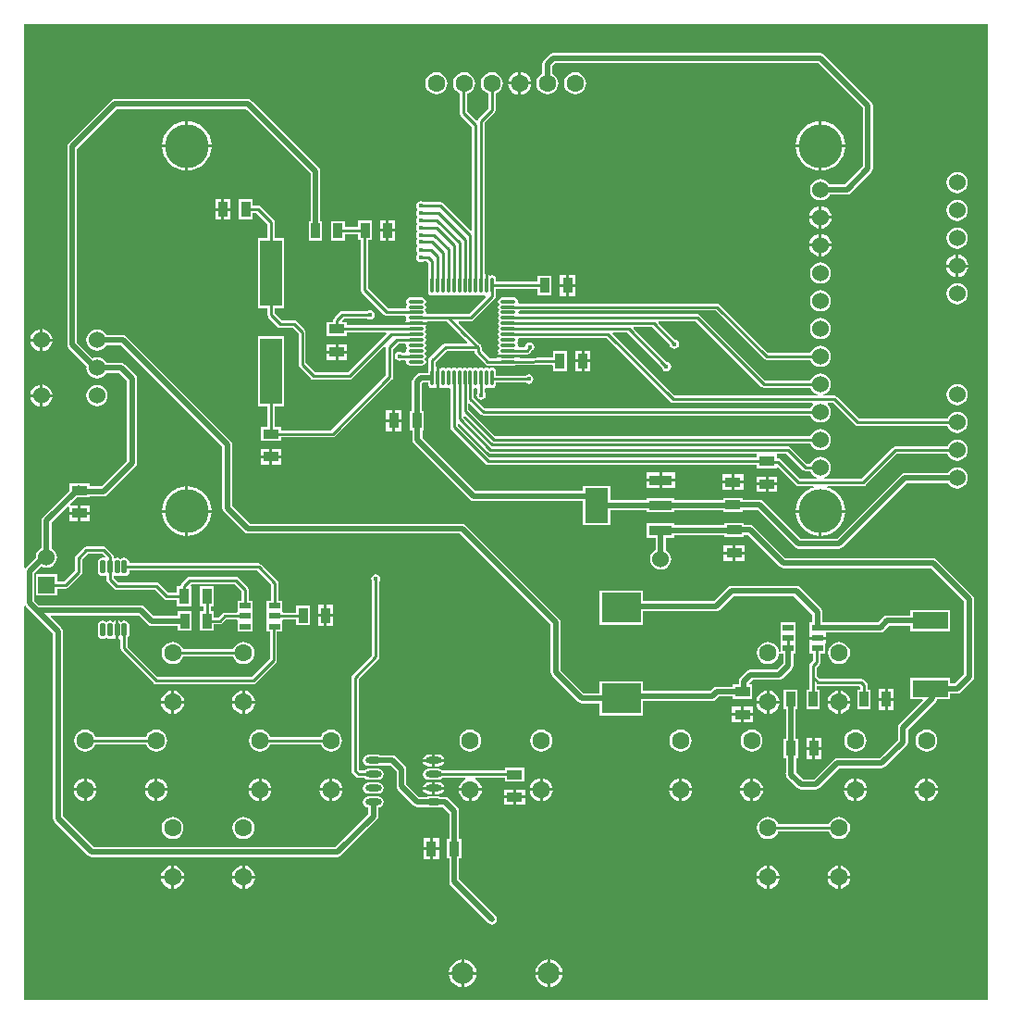
<source format=gbl>
G04*
G04 #@! TF.GenerationSoftware,Altium Limited,Altium Designer,20.1.7 (139)*
G04*
G04 Layer_Physical_Order=2*
G04 Layer_Color=16711680*
%FSLAX25Y25*%
%MOIN*%
G70*
G04*
G04 #@! TF.SameCoordinates,7B629D7A-5012-4778-A706-7C37D5037AAD*
G04*
G04*
G04 #@! TF.FilePolarity,Positive*
G04*
G01*
G75*
%ADD10C,0.01000*%
%ADD21C,0.01968*%
%ADD23C,0.01772*%
%ADD24C,0.06000*%
%ADD25C,0.06299*%
%ADD26R,0.06000X0.06000*%
%ADD27C,0.15748*%
%ADD28C,0.07874*%
%ADD29R,0.12598X0.05984*%
%ADD30R,0.14173X0.10630*%
%ADD31R,0.03347X0.05512*%
%ADD32R,0.03543X0.05512*%
%ADD33R,0.07874X0.23622*%
%ADD34R,0.05512X0.03543*%
%ADD35R,0.05512X0.03347*%
%ADD36R,0.08465X0.03543*%
%ADD37R,0.08465X0.12598*%
%ADD38R,0.03937X0.02165*%
%ADD39O,0.02165X0.04921*%
%ADD40O,0.05906X0.02362*%
%ADD41O,0.01181X0.05709*%
%ADD42O,0.05709X0.01181*%
G36*
X370442Y1606D02*
X23259D01*
Y143299D01*
X23759Y143451D01*
X23920Y143211D01*
X26676Y140455D01*
X33627Y133504D01*
Y66929D01*
X33764Y66238D01*
X34156Y65652D01*
X46360Y53447D01*
X46946Y53056D01*
X47638Y52918D01*
X136221D01*
X136912Y53056D01*
X137498Y53447D01*
X150391Y66341D01*
X150783Y66927D01*
X150920Y67618D01*
Y70716D01*
X151654Y70862D01*
X152305Y71297D01*
X152740Y71948D01*
X152893Y72716D01*
X152740Y73485D01*
X152305Y74136D01*
X151654Y74571D01*
X150886Y74724D01*
X147343D01*
X146574Y74571D01*
X145923Y74136D01*
X145488Y73485D01*
X145335Y72716D01*
X145488Y71948D01*
X145923Y71297D01*
X146574Y70862D01*
X147308Y70716D01*
Y68366D01*
X135472Y56531D01*
X48386D01*
X37239Y67677D01*
Y134252D01*
X37102Y134943D01*
X36710Y135529D01*
X32776Y139464D01*
X32967Y139926D01*
X64606D01*
X67817Y136715D01*
X68403Y136323D01*
X69095Y136186D01*
X78642D01*
Y134449D01*
X83563D01*
Y141535D01*
X78642D01*
Y139798D01*
X69843D01*
X66632Y143010D01*
X66046Y143401D01*
X65354Y143539D01*
X28701D01*
X27003Y145236D01*
Y155157D01*
X29441Y157595D01*
X30310Y157235D01*
X31299Y157105D01*
X32288Y157235D01*
X33209Y157617D01*
X34000Y158224D01*
X34607Y159015D01*
X34989Y159936D01*
X35119Y160925D01*
X34989Y161914D01*
X34607Y162835D01*
X34000Y163626D01*
X33209Y164234D01*
X33106Y164276D01*
Y173267D01*
X38953Y179115D01*
X39453Y178908D01*
Y177173D01*
X42709D01*
Y179445D01*
X39990D01*
X39783Y179945D01*
X42220Y182382D01*
X46752D01*
Y182839D01*
X51968D01*
X52660Y182977D01*
X53246Y183368D01*
X63482Y193605D01*
X63874Y194191D01*
X64011Y194882D01*
Y225197D01*
X63874Y225888D01*
X63482Y226474D01*
X59643Y230313D01*
X59057Y230704D01*
X58366Y230842D01*
X52859D01*
X52816Y230945D01*
X52209Y231737D01*
X51418Y232344D01*
X50497Y232725D01*
X49508Y232856D01*
X48519Y232725D01*
X47998Y232509D01*
X42358Y238150D01*
Y307913D01*
X56654Y322209D01*
X103287D01*
X126442Y299055D01*
Y281988D01*
X125787D01*
Y274902D01*
X130709D01*
Y281988D01*
X130054D01*
Y299803D01*
X129917Y300494D01*
X129525Y301080D01*
X105313Y325293D01*
X104727Y325685D01*
X104035Y325822D01*
X55905D01*
X55214Y325685D01*
X54628Y325293D01*
X39274Y309939D01*
X38882Y309353D01*
X38745Y308661D01*
Y237402D01*
X38882Y236710D01*
X39274Y236124D01*
X45766Y229632D01*
X45688Y229035D01*
X45818Y228047D01*
X46200Y227125D01*
X46807Y226334D01*
X47598Y225727D01*
X48519Y225345D01*
X49508Y225215D01*
X50497Y225345D01*
X51418Y225727D01*
X52209Y226334D01*
X52816Y227125D01*
X52859Y227229D01*
X57618D01*
X60398Y224449D01*
Y195630D01*
X51220Y186452D01*
X46752D01*
Y187500D01*
X43186D01*
X43012Y187535D01*
X42837Y187500D01*
X39665D01*
Y184936D01*
X30022Y175293D01*
X29630Y174707D01*
X29493Y174016D01*
Y164276D01*
X29389Y164234D01*
X28598Y163626D01*
X27991Y162835D01*
X27609Y161914D01*
X27479Y160925D01*
X27500Y160764D01*
X23920Y157183D01*
X23759Y156943D01*
X23259Y157094D01*
Y352725D01*
X370442D01*
Y1606D01*
D02*
G37*
%LPC*%
G36*
X202311Y335616D02*
Y331996D01*
X205931D01*
X205854Y332579D01*
X205436Y333589D01*
X204771Y334456D01*
X203904Y335121D01*
X202894Y335539D01*
X202311Y335616D01*
D02*
G37*
G36*
X201311D02*
X200728Y335539D01*
X199718Y335121D01*
X198852Y334456D01*
X198186Y333589D01*
X197768Y332579D01*
X197691Y331996D01*
X201311D01*
Y335616D01*
D02*
G37*
G36*
X221811Y335467D02*
X220783Y335332D01*
X219826Y334935D01*
X219003Y334304D01*
X218372Y333482D01*
X217975Y332524D01*
X217840Y331496D01*
X217975Y330468D01*
X218372Y329511D01*
X219003Y328688D01*
X219826Y328057D01*
X220783Y327660D01*
X221811Y327525D01*
X222839Y327660D01*
X223797Y328057D01*
X224619Y328688D01*
X225250Y329511D01*
X225647Y330468D01*
X225782Y331496D01*
X225647Y332524D01*
X225250Y333482D01*
X224619Y334304D01*
X223797Y334935D01*
X222839Y335332D01*
X221811Y335467D01*
D02*
G37*
G36*
X171811D02*
X170783Y335332D01*
X169825Y334935D01*
X169003Y334304D01*
X168372Y333482D01*
X167975Y332524D01*
X167840Y331496D01*
X167975Y330468D01*
X168372Y329511D01*
X169003Y328688D01*
X169825Y328057D01*
X170783Y327660D01*
X171811Y327525D01*
X172839Y327660D01*
X173796Y328057D01*
X174619Y328688D01*
X175250Y329511D01*
X175647Y330468D01*
X175782Y331496D01*
X175647Y332524D01*
X175250Y333482D01*
X174619Y334304D01*
X173796Y334935D01*
X172839Y335332D01*
X171811Y335467D01*
D02*
G37*
G36*
X205931Y330996D02*
X202311D01*
Y327377D01*
X202894Y327453D01*
X203904Y327871D01*
X204771Y328537D01*
X205436Y329403D01*
X205854Y330413D01*
X205931Y330996D01*
D02*
G37*
G36*
X201311D02*
X197691D01*
X197768Y330413D01*
X198186Y329403D01*
X198852Y328537D01*
X199718Y327871D01*
X200728Y327453D01*
X201311Y327377D01*
Y330996D01*
D02*
G37*
G36*
X191811Y335467D02*
X190783Y335332D01*
X189825Y334935D01*
X189003Y334304D01*
X188372Y333482D01*
X187975Y332524D01*
X187840Y331496D01*
X187975Y330468D01*
X188372Y329511D01*
X189003Y328688D01*
X189825Y328057D01*
X190498Y327778D01*
Y322276D01*
X187064Y318842D01*
X186779Y318416D01*
X186735Y318191D01*
X186192Y318026D01*
X182809Y321410D01*
Y327656D01*
X182839Y327660D01*
X183797Y328057D01*
X184619Y328688D01*
X185250Y329511D01*
X185647Y330468D01*
X185782Y331496D01*
X185647Y332524D01*
X185250Y333482D01*
X184619Y334304D01*
X183797Y334935D01*
X182839Y335332D01*
X181811Y335467D01*
X180783Y335332D01*
X179825Y334935D01*
X179003Y334304D01*
X178372Y333482D01*
X177975Y332524D01*
X177840Y331496D01*
X177975Y330468D01*
X178372Y329511D01*
X179003Y328688D01*
X179825Y328057D01*
X180183Y327909D01*
Y320866D01*
X180283Y320364D01*
X180568Y319938D01*
X184711Y315795D01*
Y278527D01*
X184249Y278336D01*
X174255Y288330D01*
X173829Y288614D01*
X173327Y288714D01*
X167287D01*
X166893Y288978D01*
X166240Y289108D01*
X165587Y288978D01*
X165034Y288608D01*
X164664Y288054D01*
X164534Y287402D01*
X164664Y286749D01*
X165034Y286195D01*
Y285950D01*
X164664Y285397D01*
X164534Y284744D01*
X164664Y284091D01*
X165034Y283538D01*
X164869Y283047D01*
X164664Y282739D01*
X164534Y282087D01*
X164664Y281434D01*
X165034Y280880D01*
X164936Y280734D01*
X164935Y280734D01*
X164566Y280180D01*
X164436Y279528D01*
X164566Y278875D01*
X164935Y278321D01*
Y278175D01*
X164566Y277621D01*
X164436Y276969D01*
X164566Y276316D01*
X164935Y275762D01*
Y275616D01*
X164566Y275062D01*
X164436Y274410D01*
X164566Y273757D01*
X164847Y273336D01*
X165034Y272860D01*
X164664Y272306D01*
X164534Y271654D01*
X164664Y271001D01*
X164915Y270626D01*
X164995Y270276D01*
X164915Y269925D01*
X164664Y269550D01*
X164534Y268898D01*
X164664Y268245D01*
X165034Y267691D01*
X165587Y267321D01*
X166240Y267192D01*
X166893Y267321D01*
X167287Y267585D01*
X168255D01*
X168963Y266878D01*
Y261488D01*
X168871Y261024D01*
Y256496D01*
X168978Y255958D01*
X169282Y255503D01*
X169738Y255198D01*
X170276Y255091D01*
X170813Y255198D01*
X171260Y255497D01*
X171706Y255198D01*
X172244Y255091D01*
X172782Y255198D01*
X173228Y255497D01*
X173675Y255198D01*
X174213Y255091D01*
X174750Y255198D01*
X175197Y255497D01*
X175644Y255198D01*
X176181Y255091D01*
X176719Y255198D01*
X177165Y255497D01*
X177612Y255198D01*
X178150Y255091D01*
X178687Y255198D01*
X179134Y255497D01*
X179580Y255198D01*
X180118Y255091D01*
X180656Y255198D01*
X181102Y255497D01*
X181549Y255198D01*
X182087Y255091D01*
X182624Y255198D01*
X183071Y255497D01*
X183518Y255198D01*
X184055Y255091D01*
X184593Y255198D01*
X185039Y255497D01*
X185486Y255198D01*
X186024Y255091D01*
X186561Y255198D01*
X187008Y255497D01*
X187454Y255198D01*
X187992Y255091D01*
X188530Y255198D01*
X188796Y255376D01*
X188814Y255349D01*
X189340Y254998D01*
X189425Y254981D01*
X189590Y254438D01*
X183561Y248409D01*
X168526D01*
X168116Y248909D01*
X168137Y249016D01*
X168030Y249553D01*
X167732Y250000D01*
X168030Y250447D01*
X168137Y250984D01*
X168030Y251522D01*
X167732Y251969D01*
X168030Y252415D01*
X168137Y252953D01*
X168030Y253490D01*
X167726Y253946D01*
X167270Y254251D01*
X166732Y254358D01*
X162205D01*
X161667Y254251D01*
X161211Y253946D01*
X160907Y253490D01*
X160800Y252953D01*
X160907Y252415D01*
X161205Y251969D01*
X160907Y251522D01*
X160800Y250984D01*
X160831Y250828D01*
X160430Y250328D01*
X154481D01*
X147080Y257729D01*
Y275000D01*
X148622D01*
Y282087D01*
X143701D01*
Y279757D01*
X138779D01*
Y281988D01*
X133858D01*
Y274902D01*
X138779D01*
Y277132D01*
X143701D01*
Y275000D01*
X144455D01*
Y257185D01*
X144555Y256683D01*
X144840Y256257D01*
X153009Y248088D01*
X153435Y247803D01*
X153937Y247703D01*
X160430D01*
X160831Y247203D01*
X160800Y247047D01*
X160907Y246510D01*
X161085Y246243D01*
X161058Y246226D01*
X160706Y245699D01*
X160682Y245579D01*
X164469D01*
X168555D01*
X168723Y245784D01*
X175588D01*
X180716Y240656D01*
X180726Y240649D01*
X180734Y240639D01*
X183071Y238391D01*
X182884Y237927D01*
X175098D01*
X174596Y237827D01*
X174170Y237542D01*
X169347Y232719D01*
X169063Y232294D01*
X168963Y231791D01*
Y228220D01*
X168871Y227756D01*
Y227298D01*
X166212D01*
X165521Y227161D01*
X164935Y226769D01*
X163487Y225321D01*
X163095Y224735D01*
X162957Y224044D01*
Y213583D01*
X162205D01*
Y206496D01*
X163253D01*
Y203051D01*
X163390Y202360D01*
X163782Y201774D01*
X183861Y181695D01*
X184447Y181304D01*
X185138Y181166D01*
X224652D01*
Y172466D01*
X234692D01*
Y177746D01*
X247684D01*
Y176994D01*
X257723D01*
Y177832D01*
X275197D01*
Y177165D01*
X282283D01*
Y177918D01*
X287638D01*
X301085Y164471D01*
X301671Y164079D01*
X302362Y163942D01*
X316929D01*
X317620Y164079D01*
X318206Y164471D01*
X341299Y187564D01*
X356098D01*
X356140Y187460D01*
X356748Y186669D01*
X357539Y186062D01*
X358460Y185680D01*
X359449Y185550D01*
X360437Y185680D01*
X361359Y186062D01*
X362150Y186669D01*
X362757Y187460D01*
X363139Y188381D01*
X363269Y189370D01*
X363139Y190359D01*
X362757Y191280D01*
X362150Y192071D01*
X361359Y192678D01*
X360437Y193060D01*
X359449Y193190D01*
X358460Y193060D01*
X357539Y192678D01*
X356748Y192071D01*
X356140Y191280D01*
X356098Y191176D01*
X340551D01*
X339860Y191039D01*
X339274Y190647D01*
X316181Y167554D01*
X303110D01*
X289663Y181002D01*
X289077Y181393D01*
X288386Y181531D01*
X282283D01*
Y182283D01*
X275197D01*
Y181445D01*
X257723D01*
Y182112D01*
X247684D01*
Y181359D01*
X234692D01*
Y186639D01*
X224652D01*
Y184779D01*
X185886D01*
X166865Y203799D01*
Y206496D01*
X167323D01*
Y213583D01*
X166570D01*
Y223295D01*
X166960Y223686D01*
X168871D01*
Y223228D01*
X168978Y222691D01*
X169282Y222235D01*
X169738Y221930D01*
X170276Y221823D01*
X170813Y221930D01*
X171080Y222108D01*
X171097Y222082D01*
X171624Y221730D01*
X171744Y221706D01*
Y225492D01*
Y229629D01*
X171588Y229757D01*
Y231248D01*
X175642Y235301D01*
X185498D01*
Y234842D01*
X185598Y234340D01*
X185883Y233914D01*
X189426Y230371D01*
X189852Y230086D01*
X190354Y229987D01*
X195008D01*
X195472Y229894D01*
X200000D01*
X200538Y230001D01*
X200538Y230001D01*
X213425Y230070D01*
X213779Y229717D01*
Y227953D01*
X218898D01*
Y235039D01*
X213779D01*
Y232697D01*
X202006Y232634D01*
X201896Y232768D01*
X197736D01*
X193599D01*
X193471Y232612D01*
X190898D01*
X188124Y235386D01*
Y236614D01*
X188121Y236627D01*
X188123Y236640D01*
X188071Y236878D01*
X188024Y237117D01*
X188016Y237127D01*
X188014Y237140D01*
X187874Y237340D01*
X187739Y237542D01*
X187728Y237549D01*
X187721Y237560D01*
X182563Y242522D01*
X179763Y245322D01*
X179954Y245784D01*
X184104D01*
X184607Y245884D01*
X185032Y246168D01*
X192857Y253993D01*
X193142Y254419D01*
X193242Y254921D01*
Y256032D01*
X193334Y256496D01*
Y257447D01*
X208268D01*
Y255118D01*
X213386D01*
Y262205D01*
X208268D01*
Y260072D01*
X193334D01*
Y261024D01*
X193227Y261561D01*
X192923Y262017D01*
X192467Y262322D01*
X191929Y262429D01*
X191392Y262322D01*
X191125Y262144D01*
X191107Y262170D01*
X190581Y262522D01*
X190461Y262546D01*
Y258760D01*
X189461D01*
Y262897D01*
X189305Y263025D01*
Y317370D01*
X192739Y320804D01*
X193024Y321230D01*
X193124Y321732D01*
Y327778D01*
X193797Y328057D01*
X194619Y328688D01*
X195250Y329511D01*
X195647Y330468D01*
X195782Y331496D01*
X195647Y332524D01*
X195250Y333482D01*
X194619Y334304D01*
X193797Y334935D01*
X192839Y335332D01*
X191811Y335467D01*
D02*
G37*
G36*
X310736Y317824D02*
Y309457D01*
X319104D01*
X318982Y310696D01*
X318474Y312369D01*
X317650Y313911D01*
X316542Y315262D01*
X315190Y316371D01*
X313649Y317195D01*
X311976Y317702D01*
X310736Y317824D01*
D02*
G37*
G36*
X309736D02*
X308497Y317702D01*
X306824Y317195D01*
X305282Y316371D01*
X303931Y315262D01*
X302822Y313911D01*
X301998Y312369D01*
X301491Y310696D01*
X301368Y309457D01*
X309736D01*
Y317824D01*
D02*
G37*
G36*
X82390D02*
Y309457D01*
X90758D01*
X90635Y310696D01*
X90128Y312369D01*
X89304Y313911D01*
X88195Y315262D01*
X86844Y316371D01*
X85302Y317195D01*
X83629Y317702D01*
X82390Y317824D01*
D02*
G37*
G36*
X81390D02*
X80150Y317702D01*
X78477Y317195D01*
X76936Y316371D01*
X75585Y315262D01*
X74476Y313911D01*
X73652Y312369D01*
X73144Y310696D01*
X73022Y309457D01*
X81390D01*
Y317824D01*
D02*
G37*
G36*
X319104Y308457D02*
X310736D01*
Y300089D01*
X311976Y300211D01*
X313649Y300718D01*
X315190Y301542D01*
X316542Y302652D01*
X317650Y304003D01*
X318474Y305544D01*
X318982Y307217D01*
X319104Y308457D01*
D02*
G37*
G36*
X309736D02*
X301368D01*
X301491Y307217D01*
X301998Y305544D01*
X302822Y304003D01*
X303931Y302652D01*
X305282Y301542D01*
X306824Y300718D01*
X308497Y300211D01*
X309736Y300089D01*
Y308457D01*
D02*
G37*
G36*
X90758D02*
X82390D01*
Y300089D01*
X83629Y300211D01*
X85302Y300718D01*
X86844Y301542D01*
X88195Y302652D01*
X89304Y304003D01*
X90128Y305544D01*
X90635Y307217D01*
X90758Y308457D01*
D02*
G37*
G36*
X81390D02*
X73022D01*
X73144Y307217D01*
X73652Y305544D01*
X74476Y304003D01*
X75585Y302652D01*
X76936Y301542D01*
X78477Y300718D01*
X80150Y300211D01*
X81390Y300089D01*
Y308457D01*
D02*
G37*
G36*
X310335Y342357D02*
X213976D01*
X213285Y342220D01*
X212699Y341828D01*
X210534Y339663D01*
X210142Y339077D01*
X210005Y338386D01*
Y335009D01*
X209826Y334935D01*
X209003Y334304D01*
X208372Y333482D01*
X207975Y332524D01*
X207840Y331496D01*
X207975Y330468D01*
X208372Y329511D01*
X209003Y328688D01*
X209826Y328057D01*
X210783Y327660D01*
X211811Y327525D01*
X212839Y327660D01*
X213796Y328057D01*
X214619Y328688D01*
X215250Y329511D01*
X215647Y330468D01*
X215782Y331496D01*
X215647Y332524D01*
X215250Y333482D01*
X214619Y334304D01*
X213796Y334935D01*
X213617Y335009D01*
Y337638D01*
X214725Y338745D01*
X309586D01*
X325556Y322775D01*
Y301536D01*
X319035Y295015D01*
X313587D01*
X313545Y295119D01*
X312937Y295910D01*
X312146Y296517D01*
X311225Y296899D01*
X310236Y297029D01*
X309247Y296899D01*
X308326Y296517D01*
X307535Y295910D01*
X306928Y295119D01*
X306546Y294197D01*
X306416Y293209D01*
X306546Y292220D01*
X306928Y291299D01*
X307535Y290508D01*
X308326Y289900D01*
X309247Y289519D01*
X310236Y289389D01*
X311225Y289519D01*
X312146Y289900D01*
X312937Y290508D01*
X313545Y291299D01*
X313587Y291402D01*
X319783D01*
X320475Y291540D01*
X321061Y291931D01*
X328640Y299510D01*
X329031Y300096D01*
X329169Y300787D01*
Y323524D01*
X329031Y324215D01*
X328640Y324801D01*
X311612Y341828D01*
X311026Y342220D01*
X310335Y342357D01*
D02*
G37*
G36*
X359449Y299627D02*
X358460Y299497D01*
X357539Y299115D01*
X356748Y298508D01*
X356140Y297717D01*
X355759Y296796D01*
X355629Y295807D01*
X355759Y294818D01*
X356140Y293897D01*
X356748Y293106D01*
X357539Y292499D01*
X358460Y292117D01*
X359449Y291987D01*
X360437Y292117D01*
X361359Y292499D01*
X362150Y293106D01*
X362757Y293897D01*
X363139Y294818D01*
X363269Y295807D01*
X363139Y296796D01*
X362757Y297717D01*
X362150Y298508D01*
X361359Y299115D01*
X360437Y299497D01*
X359449Y299627D01*
D02*
G37*
G36*
X97654Y289878D02*
X95382D01*
Y286622D01*
X97654D01*
Y289878D01*
D02*
G37*
G36*
X94382D02*
X92110D01*
Y286622D01*
X94382D01*
Y289878D01*
D02*
G37*
G36*
X310736Y287177D02*
Y283709D01*
X314205D01*
X314133Y284253D01*
X313730Y285226D01*
X313089Y286062D01*
X312253Y286703D01*
X311280Y287106D01*
X310736Y287177D01*
D02*
G37*
G36*
X309736D02*
X309192Y287106D01*
X308219Y286703D01*
X307383Y286062D01*
X306742Y285226D01*
X306339Y284253D01*
X306267Y283709D01*
X309736D01*
Y287177D01*
D02*
G37*
G36*
X97654Y285622D02*
X95382D01*
Y282366D01*
X97654D01*
Y285622D01*
D02*
G37*
G36*
X94382D02*
X92110D01*
Y282366D01*
X94382D01*
Y285622D01*
D02*
G37*
G36*
X359449Y289627D02*
X358460Y289497D01*
X357539Y289115D01*
X356748Y288508D01*
X356140Y287717D01*
X355759Y286796D01*
X355629Y285807D01*
X355759Y284818D01*
X356140Y283897D01*
X356748Y283106D01*
X357539Y282499D01*
X358460Y282117D01*
X359449Y281987D01*
X360437Y282117D01*
X361359Y282499D01*
X362150Y283106D01*
X362757Y283897D01*
X363139Y284818D01*
X363269Y285807D01*
X363139Y286796D01*
X362757Y287717D01*
X362150Y288508D01*
X361359Y289115D01*
X360437Y289497D01*
X359449Y289627D01*
D02*
G37*
G36*
X314205Y282709D02*
X310736D01*
Y279240D01*
X311280Y279312D01*
X312253Y279715D01*
X313089Y280356D01*
X313730Y281191D01*
X314133Y282164D01*
X314205Y282709D01*
D02*
G37*
G36*
X309736D02*
X306267D01*
X306339Y282164D01*
X306742Y281191D01*
X307383Y280356D01*
X308219Y279715D01*
X309192Y279312D01*
X309736Y279240D01*
Y282709D01*
D02*
G37*
G36*
X156905Y282299D02*
X154732D01*
Y279043D01*
X156905D01*
Y282299D01*
D02*
G37*
G36*
X153732D02*
X151559D01*
Y279043D01*
X153732D01*
Y282299D01*
D02*
G37*
G36*
X156905Y278043D02*
X154732D01*
Y274787D01*
X156905D01*
Y278043D01*
D02*
G37*
G36*
X153732D02*
X151559D01*
Y274787D01*
X153732D01*
Y278043D01*
D02*
G37*
G36*
X310736Y277177D02*
Y273709D01*
X314205D01*
X314133Y274253D01*
X313730Y275226D01*
X313089Y276062D01*
X312253Y276703D01*
X311280Y277106D01*
X310736Y277177D01*
D02*
G37*
G36*
X309736D02*
X309192Y277106D01*
X308219Y276703D01*
X307383Y276062D01*
X306742Y275226D01*
X306339Y274253D01*
X306267Y273709D01*
X309736D01*
Y277177D01*
D02*
G37*
G36*
X359449Y279627D02*
X358460Y279497D01*
X357539Y279115D01*
X356748Y278508D01*
X356140Y277717D01*
X355759Y276796D01*
X355629Y275807D01*
X355759Y274818D01*
X356140Y273897D01*
X356748Y273106D01*
X357539Y272499D01*
X358460Y272117D01*
X359449Y271987D01*
X360437Y272117D01*
X361359Y272499D01*
X362150Y273106D01*
X362757Y273897D01*
X363139Y274818D01*
X363269Y275807D01*
X363139Y276796D01*
X362757Y277717D01*
X362150Y278508D01*
X361359Y279115D01*
X360437Y279497D01*
X359449Y279627D01*
D02*
G37*
G36*
X314205Y272709D02*
X310736D01*
Y269240D01*
X311280Y269312D01*
X312253Y269715D01*
X313089Y270356D01*
X313730Y271191D01*
X314133Y272164D01*
X314205Y272709D01*
D02*
G37*
G36*
X309736D02*
X306267D01*
X306339Y272164D01*
X306742Y271191D01*
X307383Y270356D01*
X308219Y269715D01*
X309192Y269312D01*
X309736Y269240D01*
Y272709D01*
D02*
G37*
G36*
X359949Y269776D02*
Y266307D01*
X363418D01*
X363346Y266851D01*
X362943Y267824D01*
X362302Y268660D01*
X361466Y269301D01*
X360493Y269704D01*
X359949Y269776D01*
D02*
G37*
G36*
X358949D02*
X358405Y269704D01*
X357432Y269301D01*
X356596Y268660D01*
X355955Y267824D01*
X355552Y266851D01*
X355480Y266307D01*
X358949D01*
Y269776D01*
D02*
G37*
G36*
X363418Y265307D02*
X359949D01*
Y261838D01*
X360493Y261910D01*
X361466Y262313D01*
X362302Y262954D01*
X362943Y263790D01*
X363346Y264763D01*
X363418Y265307D01*
D02*
G37*
G36*
X358949D02*
X355480D01*
X355552Y264763D01*
X355955Y263790D01*
X356596Y262954D01*
X357432Y262313D01*
X358405Y261910D01*
X358949Y261838D01*
Y265307D01*
D02*
G37*
G36*
X310236Y267029D02*
X309247Y266899D01*
X308326Y266517D01*
X307535Y265910D01*
X306928Y265119D01*
X306546Y264197D01*
X306416Y263209D01*
X306546Y262220D01*
X306928Y261299D01*
X307535Y260507D01*
X308326Y259900D01*
X309247Y259519D01*
X310236Y259389D01*
X311225Y259519D01*
X312146Y259900D01*
X312937Y260507D01*
X313545Y261299D01*
X313926Y262220D01*
X314056Y263209D01*
X313926Y264197D01*
X313545Y265119D01*
X312937Y265910D01*
X312146Y266517D01*
X311225Y266899D01*
X310236Y267029D01*
D02*
G37*
G36*
X221866Y262417D02*
X219595D01*
Y259161D01*
X221866D01*
Y262417D01*
D02*
G37*
G36*
X218595D02*
X216323D01*
Y259161D01*
X218595D01*
Y262417D01*
D02*
G37*
G36*
X221866Y258161D02*
X219595D01*
Y254906D01*
X221866D01*
Y258161D01*
D02*
G37*
G36*
X218595D02*
X216323D01*
Y254906D01*
X218595D01*
Y258161D01*
D02*
G37*
G36*
X359449Y259627D02*
X358460Y259497D01*
X357539Y259115D01*
X356748Y258508D01*
X356140Y257717D01*
X355759Y256796D01*
X355629Y255807D01*
X355759Y254818D01*
X356140Y253897D01*
X356748Y253106D01*
X357539Y252499D01*
X358460Y252117D01*
X359449Y251987D01*
X360437Y252117D01*
X361359Y252499D01*
X362150Y253106D01*
X362757Y253897D01*
X363139Y254818D01*
X363269Y255807D01*
X363139Y256796D01*
X362757Y257717D01*
X362150Y258508D01*
X361359Y259115D01*
X360437Y259497D01*
X359449Y259627D01*
D02*
G37*
G36*
X310236Y257029D02*
X309247Y256899D01*
X308326Y256517D01*
X307535Y255910D01*
X306928Y255119D01*
X306546Y254197D01*
X306416Y253209D01*
X306546Y252220D01*
X306928Y251299D01*
X307535Y250507D01*
X308326Y249900D01*
X309247Y249519D01*
X310236Y249389D01*
X311225Y249519D01*
X312146Y249900D01*
X312937Y250507D01*
X313545Y251299D01*
X313926Y252220D01*
X314056Y253209D01*
X313926Y254197D01*
X313545Y255119D01*
X312937Y255910D01*
X312146Y256517D01*
X311225Y256899D01*
X310236Y257029D01*
D02*
G37*
G36*
X105709Y289665D02*
X100591D01*
Y282579D01*
X105709D01*
Y284809D01*
X107035D01*
X110991Y280854D01*
Y275787D01*
X107579D01*
Y250591D01*
X110991D01*
Y248031D01*
X111091Y247529D01*
X111375Y247103D01*
X114623Y243855D01*
X115049Y243571D01*
X115551Y243471D01*
X120032D01*
X122113Y241390D01*
Y230315D01*
X122213Y229813D01*
X122497Y229387D01*
X126631Y225253D01*
X127057Y224968D01*
X127559Y224868D01*
X140453D01*
X140955Y224968D01*
X141381Y225253D01*
X153102Y236974D01*
X153206Y236958D01*
X153609Y236417D01*
Y226331D01*
X133905Y206628D01*
X115748D01*
Y207874D01*
X113616D01*
Y215158D01*
X117028D01*
Y240354D01*
X107579D01*
Y215158D01*
X110991D01*
Y207874D01*
X108661D01*
Y202756D01*
X115748D01*
Y204002D01*
X134449D01*
X134951Y204102D01*
X135377Y204387D01*
X155849Y224859D01*
X156134Y225285D01*
X156234Y225787D01*
Y235874D01*
X158221Y237861D01*
X160430D01*
X160831Y237361D01*
X160800Y237205D01*
X160907Y236667D01*
X161205Y236221D01*
X160907Y235774D01*
X160800Y235236D01*
X160831Y235080D01*
X160430Y234580D01*
X159512D01*
X159117Y234844D01*
X158465Y234974D01*
X157812Y234844D01*
X157258Y234474D01*
X156888Y233921D01*
X156759Y233268D01*
X156888Y232615D01*
X157258Y232061D01*
X157812Y231692D01*
X158465Y231562D01*
X159117Y231692D01*
X159512Y231955D01*
X160430D01*
X160831Y231455D01*
X160800Y231299D01*
X160907Y230762D01*
X161211Y230306D01*
X161667Y230001D01*
X162205Y229894D01*
X166732D01*
X167270Y230001D01*
X167726Y230306D01*
X168030Y230762D01*
X168137Y231299D01*
X168030Y231837D01*
X167732Y232283D01*
X168030Y232730D01*
X168137Y233268D01*
X168030Y233805D01*
X167732Y234252D01*
X168030Y234699D01*
X168137Y235236D01*
X168030Y235774D01*
X167732Y236221D01*
X168030Y236667D01*
X168137Y237205D01*
X168030Y237742D01*
X167732Y238189D01*
X168030Y238636D01*
X168137Y239173D01*
X168030Y239711D01*
X167732Y240158D01*
X168030Y240604D01*
X168137Y241142D01*
X168030Y241679D01*
X167732Y242126D01*
X168030Y242573D01*
X168137Y243110D01*
X168030Y243648D01*
X167852Y243914D01*
X167879Y243932D01*
X168230Y244458D01*
X168254Y244579D01*
X164469D01*
X160332D01*
X160204Y244423D01*
X139469D01*
Y245571D01*
X137996D01*
X137789Y246071D01*
X138536Y246817D01*
X146787D01*
X147182Y246554D01*
X147835Y246424D01*
X148487Y246554D01*
X149041Y246924D01*
X149411Y247477D01*
X149541Y248130D01*
X149411Y248783D01*
X149041Y249336D01*
X148487Y249706D01*
X147835Y249836D01*
X147182Y249706D01*
X146787Y249443D01*
X137992D01*
X137490Y249343D01*
X137064Y249058D01*
X135096Y247090D01*
X134811Y246664D01*
X134711Y246161D01*
Y245571D01*
X132382D01*
Y240453D01*
X139469D01*
Y241798D01*
X153560D01*
X153751Y241336D01*
X139909Y227494D01*
X128103D01*
X124738Y230859D01*
Y241934D01*
X124638Y242436D01*
X124353Y242862D01*
X121504Y245712D01*
X121078Y245996D01*
X120576Y246096D01*
X116095D01*
X113616Y248575D01*
Y250591D01*
X117028D01*
Y275787D01*
X113616D01*
Y281398D01*
X113516Y281900D01*
X113231Y282326D01*
X108507Y287050D01*
X108081Y287335D01*
X107579Y287435D01*
X105709D01*
Y289665D01*
D02*
G37*
G36*
X30008Y243004D02*
Y239535D01*
X33477D01*
X33405Y240080D01*
X33002Y241053D01*
X32361Y241888D01*
X31525Y242529D01*
X30552Y242933D01*
X30008Y243004D01*
D02*
G37*
G36*
X29008D02*
X28464Y242933D01*
X27491Y242529D01*
X26655Y241888D01*
X26014Y241053D01*
X25611Y240080D01*
X25539Y239535D01*
X29008D01*
Y243004D01*
D02*
G37*
G36*
X310236Y247029D02*
X309247Y246899D01*
X308326Y246517D01*
X307535Y245910D01*
X306928Y245119D01*
X306546Y244197D01*
X306416Y243209D01*
X306546Y242220D01*
X306928Y241299D01*
X307535Y240508D01*
X308326Y239900D01*
X309247Y239519D01*
X310236Y239389D01*
X311225Y239519D01*
X312146Y239900D01*
X312937Y240508D01*
X313545Y241299D01*
X313926Y242220D01*
X314056Y243209D01*
X313926Y244197D01*
X313545Y245119D01*
X312937Y245910D01*
X312146Y246517D01*
X311225Y246899D01*
X310236Y247029D01*
D02*
G37*
G36*
X139681Y237516D02*
X136425D01*
Y235244D01*
X139681D01*
Y237516D01*
D02*
G37*
G36*
X135425D02*
X132169D01*
Y235244D01*
X135425D01*
Y237516D01*
D02*
G37*
G36*
X33477Y238535D02*
X30008D01*
Y235067D01*
X30552Y235138D01*
X31525Y235541D01*
X32361Y236183D01*
X33002Y237018D01*
X33405Y237991D01*
X33477Y238535D01*
D02*
G37*
G36*
X29008D02*
X25539D01*
X25611Y237991D01*
X26014Y237018D01*
X26655Y236183D01*
X27491Y235541D01*
X28464Y235138D01*
X29008Y235067D01*
Y238535D01*
D02*
G37*
G36*
X227378Y235252D02*
X225106D01*
Y231996D01*
X227378D01*
Y235252D01*
D02*
G37*
G36*
X224106D02*
X221835D01*
Y231996D01*
X224106D01*
Y235252D01*
D02*
G37*
G36*
X139681Y234244D02*
X136425D01*
Y231972D01*
X139681D01*
Y234244D01*
D02*
G37*
G36*
X135425D02*
X132169D01*
Y231972D01*
X135425D01*
Y234244D01*
D02*
G37*
G36*
X200000Y254358D02*
X195472D01*
X194935Y254251D01*
X194479Y253946D01*
X194174Y253490D01*
X194068Y252953D01*
X194174Y252415D01*
X194473Y251969D01*
X194174Y251522D01*
X194068Y250984D01*
X194174Y250447D01*
X194473Y250000D01*
X194174Y249553D01*
X194068Y249016D01*
X194174Y248478D01*
X194473Y248031D01*
X194174Y247585D01*
X194068Y247047D01*
X194174Y246510D01*
X194473Y246063D01*
X194174Y245616D01*
X194068Y245079D01*
X194174Y244541D01*
X194473Y244094D01*
X194174Y243648D01*
X194068Y243110D01*
X194174Y242573D01*
X194473Y242126D01*
X194174Y241679D01*
X194068Y241142D01*
X194174Y240604D01*
X194473Y240158D01*
X194174Y239711D01*
X194068Y239173D01*
X194174Y238636D01*
X194473Y238189D01*
X194174Y237742D01*
X194068Y237205D01*
X194174Y236667D01*
X194473Y236221D01*
X194174Y235774D01*
X194068Y235236D01*
X194174Y234699D01*
X194352Y234432D01*
X194326Y234414D01*
X193974Y233888D01*
X193950Y233768D01*
X197736D01*
X201873D01*
X202001Y233924D01*
X204626D01*
X204797Y233958D01*
X204971Y233970D01*
X205046Y234007D01*
X205128Y234023D01*
X205273Y234120D01*
X205430Y234198D01*
X205485Y234262D01*
X205554Y234308D01*
X205651Y234453D01*
X205766Y234585D01*
X206019Y235029D01*
X206066Y235038D01*
X206620Y235408D01*
X206990Y235961D01*
X207119Y236614D01*
X206990Y237267D01*
X206620Y237821D01*
X206066Y238190D01*
X205413Y238320D01*
X204761Y238190D01*
X204207Y237821D01*
X203837Y237267D01*
X203707Y236614D01*
X203654Y236549D01*
X201775D01*
X201374Y237049D01*
X201405Y237205D01*
X201298Y237742D01*
X201000Y238189D01*
X201298Y238636D01*
X201405Y239173D01*
X201374Y239329D01*
X201775Y239829D01*
X233118D01*
X256158Y216788D01*
X256584Y216504D01*
X257087Y216404D01*
X307401D01*
X307506Y216094D01*
X307530Y215904D01*
X306928Y215119D01*
X306680Y214521D01*
X189304D01*
X185368Y218457D01*
Y221454D01*
X185868Y221854D01*
X186024Y221823D01*
X186179Y221854D01*
X186679Y221454D01*
Y220339D01*
X186416Y219944D01*
X186286Y219291D01*
X186416Y218638D01*
X186786Y218085D01*
X187339Y217715D01*
X187992Y217585D01*
X188645Y217715D01*
X189199Y218085D01*
X189568Y218638D01*
X189698Y219291D01*
X189568Y219944D01*
X189305Y220339D01*
Y221454D01*
X189805Y221854D01*
X189961Y221823D01*
X190498Y221930D01*
X190945Y222229D01*
X191392Y221930D01*
X191929Y221823D01*
X192467Y221930D01*
X192923Y222235D01*
X193227Y222691D01*
X193334Y223228D01*
Y223687D01*
X204071D01*
X204465Y223424D01*
X205118Y223294D01*
X205771Y223424D01*
X206324Y223794D01*
X206694Y224347D01*
X206824Y225000D01*
X206694Y225653D01*
X206324Y226206D01*
X205771Y226576D01*
X205118Y226706D01*
X204465Y226576D01*
X204071Y226313D01*
X193334D01*
Y227756D01*
X193227Y228294D01*
X192923Y228749D01*
X192467Y229054D01*
X191929Y229161D01*
X191392Y229054D01*
X190945Y228755D01*
X190498Y229054D01*
X189961Y229161D01*
X189423Y229054D01*
X188976Y228755D01*
X188530Y229054D01*
X187992Y229161D01*
X187454Y229054D01*
X187008Y228755D01*
X186561Y229054D01*
X186024Y229161D01*
X185486Y229054D01*
X185039Y228755D01*
X184593Y229054D01*
X184055Y229161D01*
X183518Y229054D01*
X183071Y228755D01*
X182624Y229054D01*
X182087Y229161D01*
X181549Y229054D01*
X181102Y228755D01*
X180656Y229054D01*
X180118Y229161D01*
X179580Y229054D01*
X179134Y228755D01*
X178687Y229054D01*
X178150Y229161D01*
X177612Y229054D01*
X177165Y228755D01*
X176719Y229054D01*
X176181Y229161D01*
X175644Y229054D01*
X175197Y228755D01*
X174750Y229054D01*
X174213Y229161D01*
X173675Y229054D01*
X173409Y228876D01*
X173391Y228903D01*
X172865Y229254D01*
X172744Y229278D01*
Y225492D01*
Y221706D01*
X172865Y221730D01*
X173391Y222082D01*
X173409Y222108D01*
X173675Y221930D01*
X174213Y221823D01*
X174750Y221930D01*
X175197Y222229D01*
X175644Y221930D01*
X176181Y221823D01*
X176337Y221854D01*
X176837Y221454D01*
Y207677D01*
X176937Y207175D01*
X177221Y206749D01*
X189525Y194446D01*
X189950Y194161D01*
X190453Y194061D01*
X287402D01*
Y192913D01*
X294488D01*
Y193160D01*
X294950Y193351D01*
X301434Y186867D01*
X301860Y186583D01*
X302362Y186483D01*
X307685D01*
X307759Y185983D01*
X306824Y185699D01*
X305282Y184875D01*
X303931Y183766D01*
X302822Y182415D01*
X301998Y180873D01*
X301491Y179200D01*
X301368Y177961D01*
X319104D01*
X318982Y179200D01*
X318474Y180873D01*
X317650Y182415D01*
X316542Y183766D01*
X315190Y184875D01*
X313649Y185699D01*
X312713Y185983D01*
X312787Y186483D01*
X325590D01*
X326093Y186583D01*
X326519Y186867D01*
X337709Y198057D01*
X355893D01*
X356140Y197460D01*
X356748Y196669D01*
X357539Y196062D01*
X358460Y195680D01*
X359449Y195550D01*
X360437Y195680D01*
X361359Y196062D01*
X362150Y196669D01*
X362757Y197460D01*
X363139Y198381D01*
X363269Y199370D01*
X363139Y200359D01*
X362757Y201280D01*
X362150Y202071D01*
X361359Y202678D01*
X360437Y203060D01*
X359449Y203190D01*
X358460Y203060D01*
X357539Y202678D01*
X356748Y202071D01*
X356140Y201280D01*
X355893Y200683D01*
X337165D01*
X336663Y200583D01*
X336237Y200298D01*
X325047Y189108D01*
X311540D01*
X311440Y189608D01*
X312146Y189900D01*
X312937Y190507D01*
X313545Y191299D01*
X313926Y192220D01*
X314056Y193209D01*
X313926Y194197D01*
X313545Y195119D01*
X312937Y195910D01*
X312146Y196517D01*
X311225Y196899D01*
X310236Y197029D01*
X309247Y196899D01*
X308326Y196517D01*
X307535Y195910D01*
X306928Y195119D01*
X306680Y194521D01*
X305366D01*
X299353Y200535D01*
X298927Y200819D01*
X298425Y200919D01*
X191882D01*
X181534Y211267D01*
X181568Y211538D01*
X182095Y211718D01*
X191533Y202280D01*
X191958Y201996D01*
X192461Y201896D01*
X306680D01*
X306928Y201299D01*
X307535Y200507D01*
X308326Y199900D01*
X309247Y199519D01*
X310236Y199389D01*
X311225Y199519D01*
X312146Y199900D01*
X312937Y200507D01*
X313545Y201299D01*
X313926Y202220D01*
X314056Y203209D01*
X313926Y204197D01*
X313545Y205119D01*
X312937Y205910D01*
X312146Y206517D01*
X311225Y206899D01*
X310236Y207029D01*
X309247Y206899D01*
X308326Y206517D01*
X307535Y205910D01*
X306928Y205119D01*
X306680Y204521D01*
X193004D01*
X183399Y214126D01*
Y216060D01*
X183861Y216251D01*
X187832Y212281D01*
X188258Y211996D01*
X188760Y211896D01*
X306680D01*
X306928Y211299D01*
X307535Y210507D01*
X308326Y209900D01*
X309247Y209519D01*
X310236Y209389D01*
X311225Y209519D01*
X312146Y209900D01*
X312937Y210507D01*
X313545Y211299D01*
X313926Y212220D01*
X314056Y213209D01*
X313926Y214197D01*
X313545Y215119D01*
X312942Y215904D01*
X312966Y216094D01*
X313071Y216404D01*
X314811D01*
X322773Y208442D01*
X323199Y208157D01*
X323701Y208057D01*
X355893D01*
X356140Y207460D01*
X356748Y206669D01*
X357539Y206062D01*
X358460Y205680D01*
X359449Y205550D01*
X360437Y205680D01*
X361359Y206062D01*
X362150Y206669D01*
X362757Y207460D01*
X363139Y208381D01*
X363269Y209370D01*
X363139Y210359D01*
X362757Y211280D01*
X362150Y212071D01*
X361359Y212678D01*
X360437Y213060D01*
X359449Y213190D01*
X358460Y213060D01*
X357539Y212678D01*
X356748Y212071D01*
X356140Y211280D01*
X355893Y210683D01*
X324244D01*
X316283Y218645D01*
X315857Y218929D01*
X315354Y219029D01*
X311301D01*
X311225Y219519D01*
X312146Y219900D01*
X312937Y220508D01*
X313545Y221299D01*
X313926Y222220D01*
X314056Y223209D01*
X313926Y224197D01*
X313545Y225119D01*
X312937Y225910D01*
X312146Y226517D01*
X311225Y226899D01*
X310236Y227029D01*
X309247Y226899D01*
X308326Y226517D01*
X307535Y225910D01*
X306928Y225119D01*
X306680Y224521D01*
X290327D01*
X266873Y247975D01*
X266447Y248260D01*
X265945Y248360D01*
X201775D01*
X201374Y248860D01*
X201405Y249016D01*
X201374Y249172D01*
X201775Y249672D01*
X272488D01*
X289879Y232280D01*
X290305Y231996D01*
X290807Y231896D01*
X306680D01*
X306928Y231299D01*
X307535Y230507D01*
X308326Y229900D01*
X309247Y229519D01*
X310236Y229389D01*
X311225Y229519D01*
X312146Y229900D01*
X312937Y230507D01*
X313545Y231299D01*
X313926Y232220D01*
X314056Y233209D01*
X313926Y234197D01*
X313545Y235119D01*
X312937Y235910D01*
X312146Y236517D01*
X311225Y236899D01*
X310236Y237029D01*
X309247Y236899D01*
X308326Y236517D01*
X307535Y235910D01*
X306928Y235119D01*
X306680Y234521D01*
X291351D01*
X273960Y251912D01*
X273534Y252197D01*
X273031Y252297D01*
X201775D01*
X201374Y252797D01*
X201405Y252953D01*
X201298Y253490D01*
X200993Y253946D01*
X200538Y254251D01*
X200000Y254358D01*
D02*
G37*
G36*
X227378Y230996D02*
X225106D01*
Y227740D01*
X227378D01*
Y230996D01*
D02*
G37*
G36*
X224106D02*
X221835D01*
Y227740D01*
X224106D01*
Y230996D01*
D02*
G37*
G36*
X30008Y223004D02*
Y219535D01*
X33477D01*
X33405Y220080D01*
X33002Y221053D01*
X32361Y221888D01*
X31525Y222529D01*
X30552Y222933D01*
X30008Y223004D01*
D02*
G37*
G36*
X29008D02*
X28464Y222933D01*
X27491Y222529D01*
X26655Y221888D01*
X26014Y221053D01*
X25611Y220080D01*
X25539Y219535D01*
X29008D01*
Y223004D01*
D02*
G37*
G36*
X359449Y223190D02*
X358460Y223060D01*
X357539Y222678D01*
X356748Y222071D01*
X356140Y221280D01*
X355759Y220359D01*
X355629Y219370D01*
X355759Y218381D01*
X356140Y217460D01*
X356748Y216669D01*
X357539Y216062D01*
X358460Y215680D01*
X359449Y215550D01*
X360437Y215680D01*
X361359Y216062D01*
X362150Y216669D01*
X362757Y217460D01*
X363139Y218381D01*
X363269Y219370D01*
X363139Y220359D01*
X362757Y221280D01*
X362150Y222071D01*
X361359Y222678D01*
X360437Y223060D01*
X359449Y223190D01*
D02*
G37*
G36*
X49508Y222855D02*
X48519Y222725D01*
X47598Y222344D01*
X46807Y221737D01*
X46200Y220946D01*
X45818Y220024D01*
X45688Y219035D01*
X45818Y218047D01*
X46200Y217125D01*
X46807Y216334D01*
X47598Y215727D01*
X48519Y215346D01*
X49508Y215215D01*
X50497Y215346D01*
X51418Y215727D01*
X52209Y216334D01*
X52816Y217125D01*
X53198Y218047D01*
X53328Y219035D01*
X53198Y220024D01*
X52816Y220946D01*
X52209Y221737D01*
X51418Y222344D01*
X50497Y222725D01*
X49508Y222855D01*
D02*
G37*
G36*
X33477Y218535D02*
X30008D01*
Y215067D01*
X30552Y215138D01*
X31525Y215541D01*
X32361Y216183D01*
X33002Y217018D01*
X33405Y217991D01*
X33477Y218535D01*
D02*
G37*
G36*
X29008D02*
X25539D01*
X25611Y217991D01*
X26014Y217018D01*
X26655Y216183D01*
X27491Y215541D01*
X28464Y215138D01*
X29008Y215067D01*
Y218535D01*
D02*
G37*
G36*
X159268Y213795D02*
X156996D01*
Y210539D01*
X159268D01*
Y213795D01*
D02*
G37*
G36*
X155996D02*
X153724D01*
Y210539D01*
X155996D01*
Y213795D01*
D02*
G37*
G36*
X159268Y209539D02*
X156996D01*
Y206283D01*
X159268D01*
Y209539D01*
D02*
G37*
G36*
X155996D02*
X153724D01*
Y206283D01*
X155996D01*
Y209539D01*
D02*
G37*
G36*
X115961Y199819D02*
X112705D01*
Y197547D01*
X115961D01*
Y199819D01*
D02*
G37*
G36*
X111705D02*
X108449D01*
Y197547D01*
X111705D01*
Y199819D01*
D02*
G37*
G36*
X115961Y196547D02*
X112705D01*
Y194276D01*
X115961D01*
Y196547D01*
D02*
G37*
G36*
X111705D02*
X108449D01*
Y194276D01*
X111705D01*
Y196547D01*
D02*
G37*
G36*
X257936Y191380D02*
X253204D01*
Y189108D01*
X257936D01*
Y191380D01*
D02*
G37*
G36*
X252204D02*
X247471D01*
Y189108D01*
X252204D01*
Y191380D01*
D02*
G37*
G36*
X282496Y190764D02*
X279240D01*
Y188492D01*
X282496D01*
Y190764D01*
D02*
G37*
G36*
X278240D02*
X274984D01*
Y188492D01*
X278240D01*
Y190764D01*
D02*
G37*
G36*
X294701Y189976D02*
X291445D01*
Y187803D01*
X294701D01*
Y189976D01*
D02*
G37*
G36*
X290445D02*
X287189D01*
Y187803D01*
X290445D01*
Y189976D01*
D02*
G37*
G36*
X257936Y188108D02*
X253204D01*
Y185836D01*
X257936D01*
Y188108D01*
D02*
G37*
G36*
X252204D02*
X247471D01*
Y185836D01*
X252204D01*
Y188108D01*
D02*
G37*
G36*
X282496Y187492D02*
X279240D01*
Y185221D01*
X282496D01*
Y187492D01*
D02*
G37*
G36*
X278240D02*
X274984D01*
Y185221D01*
X278240D01*
Y187492D01*
D02*
G37*
G36*
X294701Y186803D02*
X291445D01*
Y184630D01*
X294701D01*
Y186803D01*
D02*
G37*
G36*
X290445D02*
X287189D01*
Y184630D01*
X290445D01*
Y186803D01*
D02*
G37*
G36*
X82390Y186328D02*
Y177961D01*
X90758D01*
X90635Y179200D01*
X90128Y180873D01*
X89304Y182415D01*
X88195Y183766D01*
X86844Y184875D01*
X85302Y185699D01*
X83629Y186206D01*
X82390Y186328D01*
D02*
G37*
G36*
X81390D02*
X80150Y186206D01*
X78477Y185699D01*
X76936Y184875D01*
X75585Y183766D01*
X74476Y182415D01*
X73652Y180873D01*
X73144Y179200D01*
X73022Y177961D01*
X81390D01*
Y186328D01*
D02*
G37*
G36*
X46965Y179445D02*
X43709D01*
Y177173D01*
X46965D01*
Y179445D01*
D02*
G37*
G36*
Y176173D02*
X43709D01*
Y173902D01*
X46965D01*
Y176173D01*
D02*
G37*
G36*
X42709D02*
X39453D01*
Y173902D01*
X42709D01*
Y176173D01*
D02*
G37*
G36*
X282677Y173228D02*
X275591D01*
Y172390D01*
X257723D01*
Y173057D01*
X247684D01*
Y167939D01*
X250851D01*
Y163587D01*
X250747Y163544D01*
X249956Y162937D01*
X249349Y162146D01*
X248968Y161225D01*
X248837Y160236D01*
X248968Y159248D01*
X249349Y158326D01*
X249956Y157535D01*
X250747Y156928D01*
X251669Y156546D01*
X252658Y156416D01*
X253646Y156546D01*
X254568Y156928D01*
X255359Y157535D01*
X255966Y158326D01*
X256347Y159248D01*
X256478Y160236D01*
X256347Y161225D01*
X255966Y162146D01*
X255359Y162937D01*
X254568Y163544D01*
X254464Y163587D01*
Y167939D01*
X257723D01*
Y168777D01*
X275591D01*
Y168110D01*
X282677D01*
Y168863D01*
X284094D01*
X295573Y157384D01*
X296159Y156993D01*
X296850Y156855D01*
X350138D01*
X361973Y145019D01*
Y118662D01*
X358701Y115389D01*
X356890D01*
Y117362D01*
X342717D01*
Y109803D01*
X347048D01*
X347239Y109341D01*
X338683Y100785D01*
X338292Y100199D01*
X338154Y99508D01*
Y95040D01*
X331634Y88519D01*
X316240D01*
X315549Y88381D01*
X314963Y87990D01*
X307815Y80842D01*
X303898D01*
X301413Y83327D01*
Y88484D01*
X302165D01*
Y95571D01*
X301363D01*
Y106201D01*
X301969D01*
Y113287D01*
X297047D01*
Y106201D01*
X297751D01*
Y95571D01*
X297047D01*
Y88484D01*
X297800D01*
Y83566D01*
X297702Y83071D01*
X297839Y82380D01*
X297840Y82378D01*
X297937Y81888D01*
X298329Y81301D01*
X301872Y77758D01*
X302458Y77367D01*
X303150Y77229D01*
X308563D01*
X309254Y77367D01*
X309840Y77758D01*
X316988Y84906D01*
X332382D01*
X333073Y85044D01*
X333659Y85435D01*
X341238Y93014D01*
X341630Y93600D01*
X341767Y94291D01*
Y98760D01*
X351769Y108762D01*
X352161Y109348D01*
X352252Y109803D01*
X356890D01*
Y111776D01*
X359449D01*
X360140Y111914D01*
X360726Y112305D01*
X365057Y116636D01*
X365448Y117222D01*
X365586Y117913D01*
Y145768D01*
X365448Y146459D01*
X365057Y147045D01*
X352163Y159939D01*
X351577Y160330D01*
X350886Y160468D01*
X297599D01*
X286120Y171947D01*
X285534Y172338D01*
X284842Y172476D01*
X282677D01*
Y173228D01*
D02*
G37*
G36*
X319104Y176961D02*
X310736D01*
Y168593D01*
X311976Y168715D01*
X313649Y169222D01*
X315190Y170046D01*
X316542Y171155D01*
X317650Y172507D01*
X318474Y174048D01*
X318982Y175721D01*
X319104Y176961D01*
D02*
G37*
G36*
X309736D02*
X301368D01*
X301491Y175721D01*
X301998Y174048D01*
X302822Y172507D01*
X303931Y171155D01*
X305282Y170046D01*
X306824Y169222D01*
X308497Y168715D01*
X309736Y168593D01*
Y176961D01*
D02*
G37*
G36*
X90758D02*
X82390D01*
Y168593D01*
X83629Y168715D01*
X85302Y169222D01*
X86844Y170046D01*
X88195Y171155D01*
X89304Y172507D01*
X90128Y174048D01*
X90635Y175721D01*
X90758Y176961D01*
D02*
G37*
G36*
X81390D02*
X73022D01*
X73144Y175721D01*
X73652Y174048D01*
X74476Y172507D01*
X75585Y171155D01*
X76936Y170046D01*
X78477Y169222D01*
X80150Y168715D01*
X81390Y168593D01*
Y176961D01*
D02*
G37*
G36*
X282890Y165173D02*
X279634D01*
Y162902D01*
X282890D01*
Y165173D01*
D02*
G37*
G36*
X278634D02*
X275378D01*
Y162902D01*
X278634D01*
Y165173D01*
D02*
G37*
G36*
X51968Y164699D02*
X45669D01*
X45167Y164599D01*
X44741Y164314D01*
X41985Y161558D01*
X41701Y161132D01*
X41601Y160630D01*
Y156055D01*
X37783Y152238D01*
X35087D01*
Y154713D01*
X27512D01*
Y147138D01*
X35087D01*
Y149613D01*
X38327D01*
X38829Y149713D01*
X39255Y149997D01*
X43842Y154584D01*
X44126Y155009D01*
X44226Y155512D01*
Y160086D01*
X46213Y162073D01*
X51425D01*
X52483Y161015D01*
X52236Y160555D01*
X51673Y160667D01*
X50944Y160521D01*
X50325Y160108D01*
X49912Y159490D01*
X49766Y158760D01*
Y156004D01*
X49912Y155274D01*
X50325Y154656D01*
X50944Y154242D01*
X51673Y154097D01*
X52403Y154242D01*
X52479Y154293D01*
X52920Y154057D01*
Y152953D01*
X53020Y152450D01*
X53304Y152025D01*
X55765Y149564D01*
X56191Y149279D01*
X56693Y149179D01*
X70519D01*
X73777Y145922D01*
X74202Y145638D01*
X74705Y145538D01*
X78347D01*
Y143307D01*
X83465D01*
Y150394D01*
X83465D01*
X83364Y150873D01*
X83585Y151148D01*
X99063D01*
X101542Y148669D01*
Y145276D01*
X100098D01*
X100098Y141332D01*
X99745Y140978D01*
X95472D01*
X94970Y140878D01*
X94544Y140594D01*
X93256Y139305D01*
X91634D01*
Y141535D01*
X90486D01*
Y143307D01*
X91732D01*
Y150394D01*
X86614D01*
Y143307D01*
X87861D01*
Y141535D01*
X86713D01*
Y134449D01*
X91634D01*
Y136679D01*
X93799D01*
X94301Y136779D01*
X94727Y137064D01*
X96016Y138353D01*
X99745D01*
X100098Y137999D01*
Y137795D01*
X100098Y137295D01*
Y134055D01*
X105610D01*
Y137295D01*
X105610Y137795D01*
X105610Y138295D01*
Y141035D01*
X105610Y141535D01*
X105610Y142035D01*
Y145276D01*
X104167D01*
Y149213D01*
X104067Y149715D01*
X103782Y150141D01*
X100534Y153389D01*
X100109Y153673D01*
X99606Y153773D01*
X82973D01*
X82470Y153673D01*
X82044Y153389D01*
X80076Y151420D01*
X79791Y150994D01*
X79691Y150492D01*
Y150394D01*
X78347D01*
Y148163D01*
X75248D01*
X71991Y151420D01*
X71565Y151705D01*
X71063Y151805D01*
X57237D01*
X55545Y153497D01*
Y154057D01*
X55986Y154293D01*
X56062Y154242D01*
X56791Y154097D01*
X57521Y154242D01*
X58071Y154610D01*
X58621Y154242D01*
X59350Y154097D01*
X60080Y154242D01*
X60699Y154656D01*
X61112Y155274D01*
X61257Y156004D01*
Y156069D01*
X107232D01*
X112270Y151031D01*
Y145276D01*
X110728D01*
Y142035D01*
X110728Y141535D01*
X110728Y141035D01*
Y138295D01*
X110728Y137795D01*
X110728Y137295D01*
Y134055D01*
X111778D01*
Y124264D01*
X105362Y117848D01*
X71410D01*
X60663Y128595D01*
Y131994D01*
X60699Y132018D01*
X61112Y132636D01*
X61257Y133366D01*
Y136122D01*
X61112Y136852D01*
X60699Y137470D01*
X60080Y137884D01*
X59350Y138029D01*
X58621Y137884D01*
X58262Y137644D01*
X57604Y138084D01*
X57291Y138146D01*
Y134744D01*
Y131342D01*
X57538Y131391D01*
X57797Y131301D01*
X58038Y131172D01*
Y128051D01*
X58138Y127549D01*
X58422Y127123D01*
X69938Y115607D01*
X70364Y115323D01*
X70866Y115223D01*
X105905D01*
X106408Y115323D01*
X106834Y115607D01*
X114019Y122792D01*
X114303Y123218D01*
X114403Y123721D01*
Y134055D01*
X116240D01*
X116240Y137999D01*
X116594Y138353D01*
X121358D01*
Y136417D01*
X126279D01*
Y143504D01*
X121358D01*
Y140978D01*
X116594D01*
X116240Y141332D01*
Y141535D01*
X116240Y142035D01*
Y145276D01*
X114895D01*
Y151575D01*
X114795Y152077D01*
X114511Y152503D01*
X108704Y158310D01*
X108278Y158595D01*
X107776Y158695D01*
X61257D01*
Y158760D01*
X61112Y159490D01*
X60699Y160108D01*
X60080Y160521D01*
X59350Y160667D01*
X58621Y160521D01*
X58071Y160154D01*
X57521Y160521D01*
X56791Y160667D01*
X56062Y160521D01*
X55946Y160444D01*
X55446Y160712D01*
Y161221D01*
X55347Y161723D01*
X55062Y162149D01*
X52897Y164314D01*
X52471Y164599D01*
X51968Y164699D01*
D02*
G37*
G36*
X282890Y161902D02*
X279634D01*
Y159630D01*
X282890D01*
Y161902D01*
D02*
G37*
G36*
X278634D02*
X275378D01*
Y159630D01*
X278634D01*
Y161902D01*
D02*
G37*
G36*
X301476Y150527D02*
X278150D01*
X277458Y150389D01*
X276872Y149998D01*
X271939Y145064D01*
X246358D01*
Y148819D01*
X230610D01*
Y136614D01*
X246358D01*
Y141452D01*
X272687D01*
X273378Y141589D01*
X273964Y141981D01*
X278898Y146914D01*
X300728D01*
X307347Y140295D01*
Y137402D01*
X306398D01*
Y133874D01*
X306185D01*
Y132291D01*
X309154D01*
X312122D01*
Y133725D01*
X331791D01*
X332483Y133863D01*
X333069Y134254D01*
X335099Y136284D01*
X342717D01*
Y134311D01*
X356890D01*
Y141870D01*
X342717D01*
Y139897D01*
X334350D01*
X333659Y139759D01*
X333073Y139368D01*
X331043Y137338D01*
X311909D01*
Y137402D01*
X310960D01*
Y141043D01*
X310822Y141735D01*
X310431Y142321D01*
X302754Y149998D01*
X302168Y150389D01*
X301476Y150527D01*
D02*
G37*
G36*
X134563Y143717D02*
X132390D01*
Y140461D01*
X134563D01*
Y143717D01*
D02*
G37*
G36*
X131390D02*
X129217D01*
Y140461D01*
X131390D01*
Y143717D01*
D02*
G37*
G36*
X56291Y138146D02*
X55979Y138084D01*
X55321Y137644D01*
X54962Y137884D01*
X54232Y138029D01*
X53503Y137884D01*
X52953Y137516D01*
X52403Y137884D01*
X51673Y138029D01*
X50944Y137884D01*
X50325Y137470D01*
X49912Y136852D01*
X49766Y136122D01*
Y133366D01*
X49912Y132636D01*
X50325Y132018D01*
X50944Y131605D01*
X51673Y131459D01*
X52403Y131605D01*
X52953Y131972D01*
X53503Y131605D01*
X54232Y131459D01*
X54962Y131605D01*
X55321Y131844D01*
X55979Y131404D01*
X56291Y131342D01*
Y134744D01*
Y138146D01*
D02*
G37*
G36*
X134563Y139461D02*
X132390D01*
Y136205D01*
X134563D01*
Y139461D01*
D02*
G37*
G36*
X131390D02*
X129217D01*
Y136205D01*
X131390D01*
Y139461D01*
D02*
G37*
G36*
X102362Y130349D02*
X101335Y130214D01*
X100377Y129817D01*
X99554Y129186D01*
X98923Y128363D01*
X98645Y127691D01*
X80489D01*
X80211Y128363D01*
X79580Y129186D01*
X78757Y129817D01*
X77799Y130214D01*
X76772Y130349D01*
X75744Y130214D01*
X74786Y129817D01*
X73964Y129186D01*
X73333Y128363D01*
X72936Y127406D01*
X72801Y126378D01*
X72936Y125350D01*
X73333Y124392D01*
X73964Y123570D01*
X74786Y122939D01*
X75744Y122542D01*
X76772Y122407D01*
X77799Y122542D01*
X78757Y122939D01*
X79580Y123570D01*
X80211Y124392D01*
X80489Y125065D01*
X98645D01*
X98923Y124392D01*
X99554Y123570D01*
X100377Y122939D01*
X101335Y122542D01*
X102362Y122407D01*
X103390Y122542D01*
X104348Y122939D01*
X105170Y123570D01*
X105801Y124392D01*
X106198Y125350D01*
X106333Y126378D01*
X106198Y127406D01*
X105801Y128363D01*
X105170Y129186D01*
X104348Y129817D01*
X103390Y130214D01*
X102362Y130349D01*
D02*
G37*
G36*
X316929D02*
X315901Y130214D01*
X314944Y129817D01*
X314121Y129186D01*
X313490Y128363D01*
X313093Y127406D01*
X312958Y126378D01*
X313093Y125350D01*
X313490Y124392D01*
X314121Y123570D01*
X314944Y122939D01*
X315901Y122542D01*
X316929Y122407D01*
X317957Y122542D01*
X318915Y122939D01*
X319737Y123570D01*
X320368Y124392D01*
X320765Y125350D01*
X320900Y126378D01*
X320765Y127406D01*
X320368Y128363D01*
X319737Y129186D01*
X318915Y129817D01*
X317957Y130214D01*
X316929Y130349D01*
D02*
G37*
G36*
X336630Y113500D02*
X334457D01*
Y110244D01*
X336630D01*
Y113500D01*
D02*
G37*
G36*
X333457D02*
X331283D01*
Y110244D01*
X333457D01*
Y113500D01*
D02*
G37*
G36*
X49508Y242856D02*
X48519Y242725D01*
X47598Y242344D01*
X46807Y241737D01*
X46200Y240946D01*
X45818Y240024D01*
X45688Y239035D01*
X45818Y238047D01*
X46200Y237125D01*
X46807Y236334D01*
X47598Y235727D01*
X48519Y235346D01*
X49508Y235215D01*
X50497Y235346D01*
X51418Y235727D01*
X52209Y236334D01*
X52816Y237125D01*
X52859Y237229D01*
X58248D01*
X94650Y200827D01*
Y178642D01*
X94788Y177951D01*
X95179Y177364D01*
X102660Y169884D01*
X103246Y169493D01*
X103937Y169355D01*
X172736Y169355D01*
X180354D01*
X212957Y136752D01*
Y119390D01*
X213095Y118699D01*
X213487Y118113D01*
X222837Y108762D01*
X223423Y108370D01*
X224114Y108233D01*
X230610D01*
Y103937D01*
X246358D01*
Y109119D01*
X271260D01*
X271951Y109256D01*
X272537Y109648D01*
X273583Y110694D01*
X278543D01*
Y109941D01*
X285630D01*
Y115059D01*
X284717D01*
X284523Y115559D01*
X285760Y116796D01*
X295374D01*
X296065Y116934D01*
X296651Y117325D01*
X299899Y120573D01*
X300291Y121159D01*
X300428Y121850D01*
Y126181D01*
X301279D01*
Y129421D01*
X301279Y129921D01*
X301279D01*
Y129921D01*
X301279D01*
Y133161D01*
X301279Y133661D01*
X301279Y134161D01*
Y137402D01*
X295768D01*
Y134161D01*
X295768Y133661D01*
X295768Y133161D01*
Y130421D01*
X295768Y129921D01*
X295768D01*
Y129921D01*
X295768D01*
Y126728D01*
X295268Y126696D01*
X295174Y127406D01*
X294778Y128363D01*
X294146Y129186D01*
X293324Y129817D01*
X292366Y130214D01*
X291339Y130349D01*
X290311Y130214D01*
X289353Y129817D01*
X288531Y129186D01*
X287900Y128363D01*
X287503Y127406D01*
X287368Y126378D01*
X287503Y125350D01*
X287900Y124392D01*
X288531Y123570D01*
X289353Y122939D01*
X290311Y122542D01*
X291339Y122407D01*
X292366Y122542D01*
X293324Y122939D01*
X294146Y123570D01*
X294778Y124392D01*
X295174Y125350D01*
X295280Y126152D01*
X295768Y126181D01*
X295788Y126181D01*
X296816D01*
Y122599D01*
X294626Y120409D01*
X285011D01*
X284320Y120271D01*
X283734Y119880D01*
X281301Y117447D01*
X280910Y116861D01*
X280772Y116170D01*
Y115059D01*
X278543D01*
Y114306D01*
X272835D01*
X272143Y114169D01*
X271557Y113777D01*
X270512Y112732D01*
X246358D01*
Y116142D01*
X230610D01*
Y111846D01*
X224862D01*
X216570Y120138D01*
Y137500D01*
X216433Y138191D01*
X216041Y138777D01*
X182380Y172439D01*
X181794Y172830D01*
X181102Y172968D01*
X172736D01*
X104685Y172968D01*
X98263Y179390D01*
Y201575D01*
X98125Y202266D01*
X97734Y202852D01*
X60273Y240313D01*
X59687Y240704D01*
X58996Y240842D01*
X52859D01*
X52816Y240946D01*
X52209Y241737D01*
X51418Y242344D01*
X50497Y242725D01*
X49508Y242856D01*
D02*
G37*
G36*
X317429Y112781D02*
Y109161D01*
X321049D01*
X320972Y109745D01*
X320554Y110754D01*
X319889Y111621D01*
X319022Y112286D01*
X318012Y112704D01*
X317429Y112781D01*
D02*
G37*
G36*
X316429D02*
X315846Y112704D01*
X314836Y112286D01*
X313970Y111621D01*
X313304Y110754D01*
X312886Y109745D01*
X312809Y109161D01*
X316429D01*
Y112781D01*
D02*
G37*
G36*
X291839D02*
Y109161D01*
X295458D01*
X295381Y109745D01*
X294963Y110754D01*
X294298Y111621D01*
X293431Y112286D01*
X292422Y112704D01*
X291839Y112781D01*
D02*
G37*
G36*
X290839D02*
X290255Y112704D01*
X289246Y112286D01*
X288379Y111621D01*
X287714Y110754D01*
X287296Y109745D01*
X287219Y109161D01*
X290839D01*
Y112781D01*
D02*
G37*
G36*
X102862D02*
Y109161D01*
X106482D01*
X106405Y109745D01*
X105987Y110754D01*
X105322Y111621D01*
X104455Y112286D01*
X103445Y112704D01*
X102862Y112781D01*
D02*
G37*
G36*
X101862D02*
X101279Y112704D01*
X100269Y112286D01*
X99403Y111621D01*
X98738Y110754D01*
X98319Y109745D01*
X98243Y109161D01*
X101862D01*
Y112781D01*
D02*
G37*
G36*
X77272D02*
Y109161D01*
X80891D01*
X80814Y109745D01*
X80396Y110754D01*
X79731Y111621D01*
X78864Y112286D01*
X77855Y112704D01*
X77272Y112781D01*
D02*
G37*
G36*
X76272D02*
X75688Y112704D01*
X74679Y112286D01*
X73812Y111621D01*
X73147Y110754D01*
X72729Y109745D01*
X72652Y109161D01*
X76272D01*
Y112781D01*
D02*
G37*
G36*
X312122Y131291D02*
X309154D01*
X306185D01*
Y129709D01*
X306398D01*
Y126181D01*
X307743D01*
Y123772D01*
X306651Y122680D01*
X306366Y122254D01*
X306266Y121752D01*
Y117717D01*
Y113287D01*
X305118D01*
Y106201D01*
X310039D01*
Y113287D01*
X308891D01*
Y114330D01*
X309278Y114647D01*
X309350Y114632D01*
X324259D01*
X324573Y114319D01*
Y113287D01*
X323425D01*
Y106201D01*
X328346D01*
Y113287D01*
X327198D01*
Y114862D01*
X327098Y115365D01*
X326814Y115790D01*
X325731Y116873D01*
X325306Y117158D01*
X324803Y117257D01*
X309894D01*
X308891Y118260D01*
Y121208D01*
X309983Y122300D01*
X310268Y122726D01*
X310368Y123228D01*
Y126181D01*
X311909D01*
Y129709D01*
X312122D01*
Y131291D01*
D02*
G37*
G36*
X336630Y109244D02*
X334457D01*
Y105988D01*
X336630D01*
Y109244D01*
D02*
G37*
G36*
X333457D02*
X331283D01*
Y105988D01*
X333457D01*
Y109244D01*
D02*
G37*
G36*
X285842Y107004D02*
X282587D01*
Y104732D01*
X285842D01*
Y107004D01*
D02*
G37*
G36*
X281587D02*
X278331D01*
Y104732D01*
X281587D01*
Y107004D01*
D02*
G37*
G36*
X321049Y108161D02*
X317429D01*
Y104542D01*
X318012Y104619D01*
X319022Y105037D01*
X319889Y105702D01*
X320554Y106569D01*
X320972Y107578D01*
X321049Y108161D01*
D02*
G37*
G36*
X316429D02*
X312809D01*
X312886Y107578D01*
X313304Y106569D01*
X313970Y105702D01*
X314836Y105037D01*
X315846Y104619D01*
X316429Y104542D01*
Y108161D01*
D02*
G37*
G36*
X295458D02*
X291839D01*
Y104542D01*
X292422Y104619D01*
X293431Y105037D01*
X294298Y105702D01*
X294963Y106569D01*
X295381Y107578D01*
X295458Y108161D01*
D02*
G37*
G36*
X290839D02*
X287219D01*
X287296Y107578D01*
X287714Y106569D01*
X288379Y105702D01*
X289246Y105037D01*
X290255Y104619D01*
X290839Y104542D01*
Y108161D01*
D02*
G37*
G36*
X106482D02*
X102862D01*
Y104542D01*
X103445Y104619D01*
X104455Y105037D01*
X105322Y105702D01*
X105987Y106569D01*
X106405Y107578D01*
X106482Y108161D01*
D02*
G37*
G36*
X101862D02*
X98243D01*
X98319Y107578D01*
X98738Y106569D01*
X99403Y105702D01*
X100269Y105037D01*
X101279Y104619D01*
X101862Y104542D01*
Y108161D01*
D02*
G37*
G36*
X80891D02*
X77272D01*
Y104542D01*
X77855Y104619D01*
X78864Y105037D01*
X79731Y105702D01*
X80396Y106569D01*
X80814Y107578D01*
X80891Y108161D01*
D02*
G37*
G36*
X76272D02*
X72652D01*
X72729Y107578D01*
X73147Y106569D01*
X73812Y105702D01*
X74679Y105037D01*
X75688Y104619D01*
X76272Y104542D01*
Y108161D01*
D02*
G37*
G36*
X285842Y103732D02*
X282587D01*
Y101461D01*
X285842D01*
Y103732D01*
D02*
G37*
G36*
X281587D02*
X278331D01*
Y101461D01*
X281587D01*
Y103732D01*
D02*
G37*
G36*
X133858Y98853D02*
X132831Y98718D01*
X131873Y98321D01*
X131050Y97690D01*
X130419Y96867D01*
X130141Y96194D01*
X111985D01*
X111707Y96867D01*
X111076Y97690D01*
X110253Y98321D01*
X109295Y98718D01*
X108268Y98853D01*
X107240Y98718D01*
X106282Y98321D01*
X105460Y97690D01*
X104829Y96867D01*
X104432Y95910D01*
X104297Y94882D01*
X104432Y93854D01*
X104829Y92896D01*
X105460Y92074D01*
X106282Y91443D01*
X107240Y91046D01*
X108268Y90911D01*
X109295Y91046D01*
X110253Y91443D01*
X111076Y92074D01*
X111707Y92896D01*
X111985Y93569D01*
X130141D01*
X130419Y92896D01*
X131050Y92074D01*
X131873Y91443D01*
X132831Y91046D01*
X133858Y90911D01*
X134886Y91046D01*
X135844Y91443D01*
X136666Y92074D01*
X137297Y92896D01*
X137694Y93854D01*
X137829Y94882D01*
X137694Y95910D01*
X137297Y96867D01*
X136666Y97690D01*
X135844Y98321D01*
X134886Y98718D01*
X133858Y98853D01*
D02*
G37*
G36*
X70866D02*
X69838Y98718D01*
X68881Y98321D01*
X68058Y97690D01*
X67427Y96867D01*
X67149Y96194D01*
X48993D01*
X48715Y96867D01*
X48083Y97690D01*
X47261Y98321D01*
X46303Y98718D01*
X45276Y98853D01*
X44248Y98718D01*
X43290Y98321D01*
X42468Y97690D01*
X41837Y96867D01*
X41440Y95910D01*
X41305Y94882D01*
X41440Y93854D01*
X41837Y92896D01*
X42468Y92074D01*
X43290Y91443D01*
X44248Y91046D01*
X45276Y90911D01*
X46303Y91046D01*
X47261Y91443D01*
X48083Y92074D01*
X48715Y92896D01*
X48993Y93569D01*
X67149D01*
X67427Y92896D01*
X68058Y92074D01*
X68881Y91443D01*
X69838Y91046D01*
X70866Y90911D01*
X71894Y91046D01*
X72852Y91443D01*
X73674Y92074D01*
X74305Y92896D01*
X74702Y93854D01*
X74837Y94882D01*
X74702Y95910D01*
X74305Y96867D01*
X73674Y97690D01*
X72852Y98321D01*
X71894Y98718D01*
X70866Y98853D01*
D02*
G37*
G36*
X310646Y95784D02*
X308374D01*
Y92528D01*
X310646D01*
Y95784D01*
D02*
G37*
G36*
X307374D02*
X305102D01*
Y92528D01*
X307374D01*
Y95784D01*
D02*
G37*
G36*
X348425Y98853D02*
X347397Y98718D01*
X346440Y98321D01*
X345617Y97690D01*
X344986Y96867D01*
X344589Y95910D01*
X344454Y94882D01*
X344589Y93854D01*
X344986Y92896D01*
X345617Y92074D01*
X346440Y91443D01*
X347397Y91046D01*
X348425Y90911D01*
X349453Y91046D01*
X350411Y91443D01*
X351233Y92074D01*
X351864Y92896D01*
X352261Y93854D01*
X352396Y94882D01*
X352261Y95910D01*
X351864Y96867D01*
X351233Y97690D01*
X350411Y98321D01*
X349453Y98718D01*
X348425Y98853D01*
D02*
G37*
G36*
X322835D02*
X321807Y98718D01*
X320849Y98321D01*
X320027Y97690D01*
X319396Y96867D01*
X318999Y95910D01*
X318864Y94882D01*
X318999Y93854D01*
X319396Y92896D01*
X320027Y92074D01*
X320849Y91443D01*
X321807Y91046D01*
X322835Y90911D01*
X323862Y91046D01*
X324820Y91443D01*
X325642Y92074D01*
X326274Y92896D01*
X326670Y93854D01*
X326806Y94882D01*
X326670Y95910D01*
X326274Y96867D01*
X325642Y97690D01*
X324820Y98321D01*
X323862Y98718D01*
X322835Y98853D01*
D02*
G37*
G36*
X285433D02*
X284405Y98718D01*
X283448Y98321D01*
X282625Y97690D01*
X281994Y96867D01*
X281597Y95910D01*
X281462Y94882D01*
X281597Y93854D01*
X281994Y92896D01*
X282625Y92074D01*
X283448Y91443D01*
X284405Y91046D01*
X285433Y90911D01*
X286461Y91046D01*
X287419Y91443D01*
X288241Y92074D01*
X288872Y92896D01*
X289269Y93854D01*
X289404Y94882D01*
X289269Y95910D01*
X288872Y96867D01*
X288241Y97690D01*
X287419Y98321D01*
X286461Y98718D01*
X285433Y98853D01*
D02*
G37*
G36*
X259842D02*
X258815Y98718D01*
X257857Y98321D01*
X257035Y97690D01*
X256404Y96867D01*
X256007Y95910D01*
X255872Y94882D01*
X256007Y93854D01*
X256404Y92896D01*
X257035Y92074D01*
X257857Y91443D01*
X258815Y91046D01*
X259842Y90911D01*
X260870Y91046D01*
X261828Y91443D01*
X262650Y92074D01*
X263281Y92896D01*
X263678Y93854D01*
X263813Y94882D01*
X263678Y95910D01*
X263281Y96867D01*
X262650Y97690D01*
X261828Y98321D01*
X260870Y98718D01*
X259842Y98853D01*
D02*
G37*
G36*
X209646D02*
X208618Y98718D01*
X207660Y98321D01*
X206838Y97690D01*
X206207Y96867D01*
X205810Y95910D01*
X205675Y94882D01*
X205810Y93854D01*
X206207Y92896D01*
X206838Y92074D01*
X207660Y91443D01*
X208618Y91046D01*
X209646Y90911D01*
X210673Y91046D01*
X211631Y91443D01*
X212454Y92074D01*
X213085Y92896D01*
X213481Y93854D01*
X213617Y94882D01*
X213481Y95910D01*
X213085Y96867D01*
X212454Y97690D01*
X211631Y98321D01*
X210673Y98718D01*
X209646Y98853D01*
D02*
G37*
G36*
X184055D02*
X183027Y98718D01*
X182070Y98321D01*
X181247Y97690D01*
X180616Y96867D01*
X180219Y95910D01*
X180084Y94882D01*
X180219Y93854D01*
X180616Y92896D01*
X181247Y92074D01*
X182070Y91443D01*
X183027Y91046D01*
X184055Y90911D01*
X185083Y91046D01*
X186041Y91443D01*
X186863Y92074D01*
X187494Y92896D01*
X187891Y93854D01*
X188026Y94882D01*
X187891Y95910D01*
X187494Y96867D01*
X186863Y97690D01*
X186041Y98321D01*
X185083Y98718D01*
X184055Y98853D01*
D02*
G37*
G36*
X310646Y91527D02*
X308374D01*
Y88272D01*
X310646D01*
Y91527D01*
D02*
G37*
G36*
X307374D02*
X305102D01*
Y88272D01*
X307374D01*
Y91527D01*
D02*
G37*
G36*
X172539Y89940D02*
X171268D01*
Y88217D01*
X174664D01*
X174594Y88568D01*
X174112Y89289D01*
X173390Y89771D01*
X172539Y89940D01*
D02*
G37*
G36*
X170268D02*
X168996D01*
X168145Y89771D01*
X167424Y89289D01*
X166941Y88568D01*
X166872Y88217D01*
X170268D01*
Y89940D01*
D02*
G37*
G36*
X174664Y87217D02*
X171268D01*
Y85493D01*
X172539D01*
X173390Y85662D01*
X174112Y86144D01*
X174594Y86866D01*
X174664Y87217D01*
D02*
G37*
G36*
X170268D02*
X166872D01*
X166941Y86866D01*
X167424Y86144D01*
X168145Y85662D01*
X168996Y85493D01*
X170268D01*
Y87217D01*
D02*
G37*
G36*
X203543Y85039D02*
X196457D01*
Y84029D01*
X174030D01*
X173959Y84136D01*
X173307Y84571D01*
X172539Y84724D01*
X168996D01*
X168228Y84571D01*
X167577Y84136D01*
X167142Y83485D01*
X166989Y82717D01*
X167142Y81949D01*
X167577Y81297D01*
X168228Y80862D01*
X168996Y80709D01*
X172539D01*
X173307Y80862D01*
X173959Y81297D01*
X174030Y81404D01*
X182138D01*
X182237Y80904D01*
X181962Y80790D01*
X181096Y80125D01*
X180430Y79258D01*
X180012Y78249D01*
X179936Y77665D01*
X188175D01*
X188098Y78249D01*
X187680Y79258D01*
X187015Y80125D01*
X186148Y80790D01*
X185873Y80904D01*
X185972Y81404D01*
X196457D01*
Y80118D01*
X203543D01*
Y85039D01*
D02*
G37*
G36*
X150000Y154757D02*
X149347Y154627D01*
X148794Y154258D01*
X148424Y153704D01*
X148294Y153051D01*
X148424Y152398D01*
X148687Y152004D01*
Y125544D01*
X141592Y118448D01*
X141307Y118022D01*
X141207Y117520D01*
Y83957D01*
X141307Y83454D01*
X141592Y83029D01*
X142832Y81788D01*
X143257Y81504D01*
X143760Y81404D01*
X145852D01*
X145923Y81297D01*
X146574Y80862D01*
X147343Y80709D01*
X150886D01*
X151654Y80862D01*
X152305Y81297D01*
X152740Y81949D01*
X152893Y82717D01*
X152740Y83485D01*
X152305Y84136D01*
X151654Y84571D01*
X150886Y84724D01*
X147343D01*
X146574Y84571D01*
X145923Y84136D01*
X145852Y84029D01*
X144304D01*
X143832Y84500D01*
Y116976D01*
X150928Y124072D01*
X151213Y124498D01*
X151313Y125000D01*
Y152004D01*
X151576Y152398D01*
X151706Y153051D01*
X151576Y153704D01*
X151206Y154258D01*
X150653Y154627D01*
X150000Y154757D01*
D02*
G37*
G36*
X172539Y79940D02*
X171268D01*
Y78216D01*
X174664D01*
X174594Y78568D01*
X174112Y79289D01*
X173390Y79771D01*
X172539Y79940D01*
D02*
G37*
G36*
X170268D02*
X168996D01*
X168145Y79771D01*
X167424Y79289D01*
X166941Y78568D01*
X166872Y78216D01*
X170268D01*
Y79940D01*
D02*
G37*
G36*
X348925Y81285D02*
Y77665D01*
X352545D01*
X352468Y78249D01*
X352050Y79258D01*
X351385Y80125D01*
X350518Y80790D01*
X349509Y81208D01*
X348925Y81285D01*
D02*
G37*
G36*
X347925D02*
X347342Y81208D01*
X346333Y80790D01*
X345466Y80125D01*
X344800Y79258D01*
X344382Y78249D01*
X344306Y77665D01*
X347925D01*
Y81285D01*
D02*
G37*
G36*
X323335D02*
Y77665D01*
X326954D01*
X326877Y78249D01*
X326459Y79258D01*
X325794Y80125D01*
X324927Y80790D01*
X323918Y81208D01*
X323335Y81285D01*
D02*
G37*
G36*
X322335D02*
X321751Y81208D01*
X320742Y80790D01*
X319875Y80125D01*
X319210Y79258D01*
X318792Y78249D01*
X318715Y77665D01*
X322335D01*
Y81285D01*
D02*
G37*
G36*
X285933D02*
Y77665D01*
X289553D01*
X289476Y78249D01*
X289058Y79258D01*
X288393Y80125D01*
X287526Y80790D01*
X286516Y81208D01*
X285933Y81285D01*
D02*
G37*
G36*
X284933D02*
X284350Y81208D01*
X283340Y80790D01*
X282473Y80125D01*
X281808Y79258D01*
X281390Y78249D01*
X281313Y77665D01*
X284933D01*
Y81285D01*
D02*
G37*
G36*
X260343D02*
Y77665D01*
X263962D01*
X263885Y78249D01*
X263467Y79258D01*
X262802Y80125D01*
X261935Y80790D01*
X260926Y81208D01*
X260343Y81285D01*
D02*
G37*
G36*
X259343D02*
X258759Y81208D01*
X257750Y80790D01*
X256883Y80125D01*
X256218Y79258D01*
X255800Y78249D01*
X255723Y77665D01*
X259343D01*
Y81285D01*
D02*
G37*
G36*
X210146D02*
Y77665D01*
X213765D01*
X213688Y78249D01*
X213270Y79258D01*
X212605Y80125D01*
X211738Y80790D01*
X210729Y81208D01*
X210146Y81285D01*
D02*
G37*
G36*
X209146D02*
X208562Y81208D01*
X207553Y80790D01*
X206686Y80125D01*
X206021Y79258D01*
X205603Y78249D01*
X205526Y77665D01*
X209146D01*
Y81285D01*
D02*
G37*
G36*
X134358D02*
Y77665D01*
X137978D01*
X137901Y78249D01*
X137483Y79258D01*
X136818Y80125D01*
X135951Y80790D01*
X134941Y81208D01*
X134358Y81285D01*
D02*
G37*
G36*
X133358D02*
X132775Y81208D01*
X131766Y80790D01*
X130899Y80125D01*
X130234Y79258D01*
X129815Y78249D01*
X129739Y77665D01*
X133358D01*
Y81285D01*
D02*
G37*
G36*
X108768D02*
Y77665D01*
X112387D01*
X112311Y78249D01*
X111892Y79258D01*
X111227Y80125D01*
X110360Y80790D01*
X109351Y81208D01*
X108768Y81285D01*
D02*
G37*
G36*
X107768D02*
X107185Y81208D01*
X106175Y80790D01*
X105308Y80125D01*
X104643Y79258D01*
X104225Y78249D01*
X104148Y77665D01*
X107768D01*
Y81285D01*
D02*
G37*
G36*
X71366D02*
Y77665D01*
X74986D01*
X74909Y78249D01*
X74491Y79258D01*
X73826Y80125D01*
X72959Y80790D01*
X71949Y81208D01*
X71366Y81285D01*
D02*
G37*
G36*
X70366D02*
X69783Y81208D01*
X68774Y80790D01*
X67907Y80125D01*
X67242Y79258D01*
X66823Y78249D01*
X66747Y77665D01*
X70366D01*
Y81285D01*
D02*
G37*
G36*
X45776D02*
Y77665D01*
X49395D01*
X49318Y78249D01*
X48900Y79258D01*
X48235Y80125D01*
X47368Y80790D01*
X46359Y81208D01*
X45776Y81285D01*
D02*
G37*
G36*
X44776D02*
X44192Y81208D01*
X43183Y80790D01*
X42316Y80125D01*
X41651Y79258D01*
X41233Y78249D01*
X41156Y77665D01*
X44776D01*
Y81285D01*
D02*
G37*
G36*
X150886Y79724D02*
X147343D01*
X146574Y79571D01*
X145923Y79136D01*
X145488Y78485D01*
X145335Y77716D01*
X145488Y76948D01*
X145923Y76297D01*
X146574Y75862D01*
X147343Y75709D01*
X150886D01*
X151654Y75862D01*
X152305Y76297D01*
X152740Y76948D01*
X152893Y77716D01*
X152740Y78485D01*
X152305Y79136D01*
X151654Y79571D01*
X150886Y79724D01*
D02*
G37*
G36*
X174664Y77217D02*
X171268D01*
Y75493D01*
X172539D01*
X173390Y75662D01*
X174112Y76144D01*
X174594Y76866D01*
X174664Y77217D01*
D02*
G37*
G36*
X170268D02*
X166872D01*
X166941Y76866D01*
X167424Y76144D01*
X168145Y75662D01*
X168996Y75493D01*
X170268D01*
Y77217D01*
D02*
G37*
G36*
X203756Y77181D02*
X200500D01*
Y75008D01*
X203756D01*
Y77181D01*
D02*
G37*
G36*
X199500D02*
X196244D01*
Y75008D01*
X199500D01*
Y77181D01*
D02*
G37*
G36*
X352545Y76665D02*
X348925D01*
Y73046D01*
X349509Y73123D01*
X350518Y73541D01*
X351385Y74206D01*
X352050Y75073D01*
X352468Y76082D01*
X352545Y76665D01*
D02*
G37*
G36*
X347925D02*
X344306D01*
X344382Y76082D01*
X344800Y75073D01*
X345466Y74206D01*
X346333Y73541D01*
X347342Y73123D01*
X347925Y73046D01*
Y76665D01*
D02*
G37*
G36*
X326954D02*
X323335D01*
Y73046D01*
X323918Y73123D01*
X324927Y73541D01*
X325794Y74206D01*
X326459Y75073D01*
X326877Y76082D01*
X326954Y76665D01*
D02*
G37*
G36*
X322335D02*
X318715D01*
X318792Y76082D01*
X319210Y75073D01*
X319875Y74206D01*
X320742Y73541D01*
X321751Y73123D01*
X322335Y73046D01*
Y76665D01*
D02*
G37*
G36*
X289553D02*
X285933D01*
Y73046D01*
X286516Y73123D01*
X287526Y73541D01*
X288393Y74206D01*
X289058Y75073D01*
X289476Y76082D01*
X289553Y76665D01*
D02*
G37*
G36*
X284933D02*
X281313D01*
X281390Y76082D01*
X281808Y75073D01*
X282473Y74206D01*
X283340Y73541D01*
X284350Y73123D01*
X284933Y73046D01*
Y76665D01*
D02*
G37*
G36*
X263962D02*
X260343D01*
Y73046D01*
X260926Y73123D01*
X261935Y73541D01*
X262802Y74206D01*
X263467Y75073D01*
X263885Y76082D01*
X263962Y76665D01*
D02*
G37*
G36*
X259343D02*
X255723D01*
X255800Y76082D01*
X256218Y75073D01*
X256883Y74206D01*
X257750Y73541D01*
X258759Y73123D01*
X259343Y73046D01*
Y76665D01*
D02*
G37*
G36*
X213765D02*
X210146D01*
Y73046D01*
X210729Y73123D01*
X211738Y73541D01*
X212605Y74206D01*
X213270Y75073D01*
X213688Y76082D01*
X213765Y76665D01*
D02*
G37*
G36*
X209146D02*
X205526D01*
X205603Y76082D01*
X206021Y75073D01*
X206686Y74206D01*
X207553Y73541D01*
X208562Y73123D01*
X209146Y73046D01*
Y76665D01*
D02*
G37*
G36*
X188175D02*
X184555D01*
Y73046D01*
X185138Y73123D01*
X186148Y73541D01*
X187015Y74206D01*
X187680Y75073D01*
X188098Y76082D01*
X188175Y76665D01*
D02*
G37*
G36*
X183555D02*
X179936D01*
X180012Y76082D01*
X180430Y75073D01*
X181096Y74206D01*
X181962Y73541D01*
X182972Y73123D01*
X183555Y73046D01*
Y76665D01*
D02*
G37*
G36*
X137978D02*
X134358D01*
Y73046D01*
X134941Y73123D01*
X135951Y73541D01*
X136818Y74206D01*
X137483Y75073D01*
X137901Y76082D01*
X137978Y76665D01*
D02*
G37*
G36*
X133358D02*
X129739D01*
X129815Y76082D01*
X130234Y75073D01*
X130899Y74206D01*
X131766Y73541D01*
X132775Y73123D01*
X133358Y73046D01*
Y76665D01*
D02*
G37*
G36*
X112387D02*
X108768D01*
Y73046D01*
X109351Y73123D01*
X110360Y73541D01*
X111227Y74206D01*
X111892Y75073D01*
X112311Y76082D01*
X112387Y76665D01*
D02*
G37*
G36*
X107768D02*
X104148D01*
X104225Y76082D01*
X104643Y75073D01*
X105308Y74206D01*
X106175Y73541D01*
X107185Y73123D01*
X107768Y73046D01*
Y76665D01*
D02*
G37*
G36*
X74986D02*
X71366D01*
Y73046D01*
X71949Y73123D01*
X72959Y73541D01*
X73826Y74206D01*
X74491Y75073D01*
X74909Y76082D01*
X74986Y76665D01*
D02*
G37*
G36*
X70366D02*
X66747D01*
X66823Y76082D01*
X67242Y75073D01*
X67907Y74206D01*
X68774Y73541D01*
X69783Y73123D01*
X70366Y73046D01*
Y76665D01*
D02*
G37*
G36*
X49395D02*
X45776D01*
Y73046D01*
X46359Y73123D01*
X47368Y73541D01*
X48235Y74206D01*
X48900Y75073D01*
X49318Y76082D01*
X49395Y76665D01*
D02*
G37*
G36*
X44776D02*
X41156D01*
X41233Y76082D01*
X41651Y75073D01*
X42316Y74206D01*
X43183Y73541D01*
X44192Y73123D01*
X44776Y73046D01*
Y76665D01*
D02*
G37*
G36*
X203756Y74008D02*
X200500D01*
Y71835D01*
X203756D01*
Y74008D01*
D02*
G37*
G36*
X199500D02*
X196244D01*
Y71835D01*
X199500D01*
Y74008D01*
D02*
G37*
G36*
X316929Y67357D02*
X315901Y67221D01*
X314944Y66825D01*
X314121Y66194D01*
X313490Y65371D01*
X313211Y64698D01*
X295056D01*
X294778Y65371D01*
X294146Y66194D01*
X293324Y66825D01*
X292366Y67221D01*
X291339Y67357D01*
X290311Y67221D01*
X289353Y66825D01*
X288531Y66194D01*
X287900Y65371D01*
X287503Y64414D01*
X287368Y63386D01*
X287503Y62358D01*
X287900Y61400D01*
X288531Y60578D01*
X289353Y59947D01*
X290311Y59550D01*
X291339Y59415D01*
X292366Y59550D01*
X293324Y59947D01*
X294146Y60578D01*
X294778Y61400D01*
X295056Y62073D01*
X313211D01*
X313490Y61400D01*
X314121Y60578D01*
X314944Y59947D01*
X315901Y59550D01*
X316929Y59415D01*
X317957Y59550D01*
X318915Y59947D01*
X319737Y60578D01*
X320368Y61400D01*
X320765Y62358D01*
X320900Y63386D01*
X320765Y64414D01*
X320368Y65371D01*
X319737Y66194D01*
X318915Y66825D01*
X317957Y67221D01*
X316929Y67357D01*
D02*
G37*
G36*
X102362Y67357D02*
X101335Y67221D01*
X100377Y66825D01*
X99554Y66194D01*
X98923Y65371D01*
X98527Y64414D01*
X98391Y63386D01*
X98527Y62358D01*
X98923Y61400D01*
X99554Y60578D01*
X100377Y59947D01*
X101335Y59550D01*
X102362Y59415D01*
X103390Y59550D01*
X104348Y59947D01*
X105170Y60578D01*
X105801Y61400D01*
X106198Y62358D01*
X106333Y63386D01*
X106198Y64414D01*
X105801Y65371D01*
X105170Y66194D01*
X104348Y66825D01*
X103390Y67221D01*
X102362Y67357D01*
D02*
G37*
G36*
X76772D02*
X75744Y67221D01*
X74786Y66825D01*
X73964Y66194D01*
X73333Y65371D01*
X72936Y64414D01*
X72801Y63386D01*
X72936Y62358D01*
X73333Y61400D01*
X73964Y60578D01*
X74786Y59947D01*
X75744Y59550D01*
X76772Y59415D01*
X77799Y59550D01*
X78757Y59947D01*
X79580Y60578D01*
X80211Y61400D01*
X80607Y62358D01*
X80743Y63386D01*
X80607Y64414D01*
X80211Y65371D01*
X79580Y66194D01*
X78757Y66825D01*
X77799Y67221D01*
X76772Y67357D01*
D02*
G37*
G36*
X172752Y59661D02*
X170480D01*
Y56406D01*
X172752D01*
Y59661D01*
D02*
G37*
G36*
X169480D02*
X167209D01*
Y56406D01*
X169480D01*
Y59661D01*
D02*
G37*
G36*
X172752Y55405D02*
X170480D01*
Y52150D01*
X172752D01*
Y55405D01*
D02*
G37*
G36*
X169480D02*
X167209D01*
Y52150D01*
X169480D01*
Y55405D01*
D02*
G37*
G36*
X102862Y49789D02*
Y46169D01*
X106482D01*
X106405Y46753D01*
X105987Y47762D01*
X105322Y48629D01*
X104455Y49294D01*
X103445Y49712D01*
X102862Y49789D01*
D02*
G37*
G36*
X101862D02*
X101279Y49712D01*
X100269Y49294D01*
X99403Y48629D01*
X98738Y47762D01*
X98319Y46753D01*
X98243Y46169D01*
X101862D01*
Y49789D01*
D02*
G37*
G36*
X77272D02*
Y46169D01*
X80891D01*
X80814Y46753D01*
X80396Y47762D01*
X79731Y48629D01*
X78864Y49294D01*
X77855Y49712D01*
X77272Y49789D01*
D02*
G37*
G36*
X76272D02*
X75688Y49712D01*
X74679Y49294D01*
X73812Y48629D01*
X73147Y47762D01*
X72729Y46753D01*
X72652Y46169D01*
X76272D01*
Y49789D01*
D02*
G37*
G36*
X317429Y49789D02*
Y46169D01*
X321049D01*
X320972Y46753D01*
X320554Y47762D01*
X319889Y48629D01*
X319022Y49294D01*
X318012Y49712D01*
X317429Y49789D01*
D02*
G37*
G36*
X316429D02*
X315846Y49712D01*
X314836Y49294D01*
X313970Y48629D01*
X313304Y47762D01*
X312886Y46753D01*
X312809Y46169D01*
X316429D01*
Y49789D01*
D02*
G37*
G36*
X291839D02*
Y46169D01*
X295458D01*
X295381Y46753D01*
X294963Y47762D01*
X294298Y48629D01*
X293431Y49294D01*
X292422Y49712D01*
X291839Y49789D01*
D02*
G37*
G36*
X290839D02*
X290255Y49712D01*
X289246Y49294D01*
X288379Y48629D01*
X287714Y47762D01*
X287296Y46753D01*
X287219Y46169D01*
X290839D01*
Y49789D01*
D02*
G37*
G36*
X106482Y45169D02*
X102862D01*
Y41550D01*
X103445Y41627D01*
X104455Y42045D01*
X105322Y42710D01*
X105987Y43577D01*
X106405Y44586D01*
X106482Y45169D01*
D02*
G37*
G36*
X101862D02*
X98243D01*
X98319Y44586D01*
X98738Y43577D01*
X99403Y42710D01*
X100269Y42045D01*
X101279Y41627D01*
X101862Y41550D01*
Y45169D01*
D02*
G37*
G36*
X80891D02*
X77272D01*
Y41550D01*
X77855Y41627D01*
X78864Y42045D01*
X79731Y42710D01*
X80396Y43577D01*
X80814Y44586D01*
X80891Y45169D01*
D02*
G37*
G36*
X76272D02*
X72652D01*
X72729Y44586D01*
X73147Y43577D01*
X73812Y42710D01*
X74679Y42045D01*
X75688Y41627D01*
X76272Y41550D01*
Y45169D01*
D02*
G37*
G36*
X321049Y45169D02*
X317429D01*
Y41550D01*
X318012Y41627D01*
X319022Y42045D01*
X319889Y42710D01*
X320554Y43577D01*
X320972Y44586D01*
X321049Y45169D01*
D02*
G37*
G36*
X316429D02*
X312809D01*
X312886Y44586D01*
X313304Y43577D01*
X313970Y42710D01*
X314836Y42045D01*
X315846Y41627D01*
X316429Y41550D01*
Y45169D01*
D02*
G37*
G36*
X295458D02*
X291839D01*
Y41550D01*
X292422Y41627D01*
X293431Y42045D01*
X294298Y42710D01*
X294963Y43577D01*
X295381Y44586D01*
X295458Y45169D01*
D02*
G37*
G36*
X290839D02*
X287219D01*
X287296Y44586D01*
X287714Y43577D01*
X288379Y42710D01*
X289246Y42045D01*
X290255Y41627D01*
X290839Y41550D01*
Y45169D01*
D02*
G37*
G36*
X150886Y89724D02*
X147343D01*
X146574Y89571D01*
X145923Y89136D01*
X145488Y88485D01*
X145335Y87717D01*
X145488Y86949D01*
X145923Y86297D01*
X146574Y85862D01*
X147343Y85710D01*
X150886D01*
X151654Y85862D01*
X151726Y85910D01*
X155236D01*
X157446Y83701D01*
Y78445D01*
X157583Y77754D01*
X157975Y77168D01*
X163628Y71515D01*
X164214Y71123D01*
X164905Y70986D01*
X168043D01*
X168228Y70862D01*
X168996Y70710D01*
X172539D01*
X173307Y70862D01*
X173379Y70910D01*
X174173D01*
X176442Y68642D01*
Y59449D01*
X175689D01*
Y52362D01*
X176442D01*
Y43996D01*
X176579Y43305D01*
X176971Y42719D01*
X190553Y29136D01*
X191139Y28745D01*
X191831Y28607D01*
X192522Y28745D01*
X193108Y29136D01*
X193500Y29722D01*
X193637Y30413D01*
X193500Y31105D01*
X193108Y31691D01*
X180054Y44744D01*
Y52362D01*
X180807D01*
Y59449D01*
X180054D01*
Y69390D01*
X179917Y70081D01*
X179525Y70667D01*
X176199Y73994D01*
X175612Y74385D01*
X174921Y74523D01*
X173379D01*
X173307Y74571D01*
X172539Y74724D01*
X168996D01*
X168366Y74598D01*
X165653D01*
X161058Y79193D01*
Y84449D01*
X160921Y85140D01*
X160529Y85726D01*
X157262Y88994D01*
X156676Y89385D01*
X155984Y89523D01*
X151726D01*
X151654Y89571D01*
X150886Y89724D01*
D02*
G37*
G36*
X212902Y16036D02*
Y11622D01*
X217315D01*
X217212Y12411D01*
X216714Y13612D01*
X215923Y14643D01*
X214891Y15435D01*
X213690Y15932D01*
X212902Y16036D01*
D02*
G37*
G36*
X181799D02*
Y11622D01*
X186213D01*
X186109Y12411D01*
X185612Y13612D01*
X184820Y14643D01*
X183789Y15435D01*
X182588Y15932D01*
X181799Y16036D01*
D02*
G37*
G36*
X211902D02*
X211113Y15932D01*
X209912Y15435D01*
X208880Y14643D01*
X208089Y13612D01*
X207592Y12411D01*
X207488Y11622D01*
X211902D01*
Y16036D01*
D02*
G37*
G36*
X180799D02*
X180010Y15932D01*
X178809Y15435D01*
X177778Y14643D01*
X176987Y13612D01*
X176489Y12411D01*
X176385Y11622D01*
X180799D01*
Y16036D01*
D02*
G37*
G36*
X217315Y10622D02*
X212902D01*
Y6208D01*
X213690Y6312D01*
X214891Y6810D01*
X215923Y7601D01*
X216714Y8632D01*
X217212Y9833D01*
X217315Y10622D01*
D02*
G37*
G36*
X186213D02*
X181799D01*
Y6208D01*
X182588Y6312D01*
X183789Y6810D01*
X184820Y7601D01*
X185612Y8632D01*
X186109Y9833D01*
X186213Y10622D01*
D02*
G37*
G36*
X211902D02*
X207488D01*
X207592Y9833D01*
X208089Y8632D01*
X208880Y7601D01*
X209912Y6810D01*
X211113Y6312D01*
X211902Y6208D01*
Y10622D01*
D02*
G37*
G36*
X180799D02*
X176385D01*
X176489Y9833D01*
X176987Y8632D01*
X177778Y7601D01*
X178809Y6810D01*
X180010Y6312D01*
X180799Y6208D01*
Y10622D01*
D02*
G37*
%LPD*%
G36*
X288855Y222281D02*
X289281Y221996D01*
X289784Y221896D01*
X306680D01*
X306928Y221299D01*
X307535Y220508D01*
X308326Y219900D01*
X309247Y219519D01*
X309172Y219029D01*
X257630D01*
X235324Y241336D01*
X235515Y241798D01*
X240598D01*
X253056Y229340D01*
X253148Y228875D01*
X253518Y228321D01*
X254071Y227951D01*
X254724Y227822D01*
X255377Y227951D01*
X255931Y228321D01*
X256301Y228875D01*
X256430Y229528D01*
X256301Y230180D01*
X255931Y230734D01*
X255377Y231104D01*
X254912Y231196D01*
X242804Y243304D01*
X242996Y243766D01*
X249555D01*
X255910Y237411D01*
X256003Y236946D01*
X256372Y236392D01*
X256926Y236022D01*
X257579Y235892D01*
X258232Y236022D01*
X258785Y236392D01*
X259155Y236946D01*
X259285Y237598D01*
X259155Y238251D01*
X258785Y238805D01*
X258232Y239175D01*
X257766Y239267D01*
X251761Y245273D01*
X251952Y245735D01*
X265401D01*
X288855Y222281D01*
D02*
G37*
G36*
X190410Y198678D02*
X190836Y198394D01*
X191339Y198294D01*
X287303D01*
X287402Y197835D01*
X287402D01*
Y196687D01*
X190997D01*
X179462Y208221D01*
Y208973D01*
X179924Y209164D01*
X190410Y198678D01*
D02*
G37*
G36*
X303895Y192280D02*
X304321Y191996D01*
X304823Y191896D01*
X306680D01*
X306928Y191299D01*
X307535Y190507D01*
X308326Y189900D01*
X309032Y189608D01*
X308933Y189108D01*
X302906D01*
X295810Y196204D01*
X295384Y196488D01*
X294882Y196588D01*
X294488D01*
Y197835D01*
X294488D01*
X294587Y198294D01*
X297882D01*
X303895Y192280D01*
D02*
G37*
D10*
X291339Y63386D02*
X316929D01*
X76772Y126378D02*
X102362D01*
X45276Y94882D02*
X70866D01*
X108268D02*
X133858D01*
X54134Y157480D02*
X54232Y157382D01*
X54134Y157480D02*
Y161221D01*
X197736Y231299D02*
X216339Y231398D01*
X209449Y258760D02*
X210335Y259646D01*
X164469Y247096D02*
X176132D01*
X190354Y231299D02*
X197736D01*
X186811Y234842D02*
Y236614D01*
Y234842D02*
X190354Y231299D01*
X175098Y236614D02*
X186811D01*
X197736Y235236D02*
X204626D01*
X205413Y236614D01*
X150000Y125000D02*
Y153051D01*
X142520Y117520D02*
X150000Y125000D01*
X142520Y83957D02*
Y117520D01*
Y83957D02*
X143760Y82717D01*
X149114D01*
X158465Y233268D02*
X164469D01*
X158465Y233268D02*
X158465Y233268D01*
X136024Y243110D02*
Y246161D01*
X135925Y243012D02*
X136024Y243110D01*
Y246161D02*
X137992Y248130D01*
X147835D01*
X250098Y245079D02*
X257579Y237598D01*
X197736Y245079D02*
X250098D01*
X184055Y258760D02*
Y276673D01*
X184055Y258760D02*
X184055Y258760D01*
X173327Y287402D02*
X184055Y276673D01*
X166240Y287402D02*
X173327D01*
X172638Y284744D02*
X182087Y275295D01*
Y258760D02*
Y275295D01*
X166240Y284744D02*
X172638D01*
X180118Y258760D02*
Y274016D01*
X172047Y282087D02*
X180118Y274016D01*
X166240Y282087D02*
X172047D01*
X178150Y258760D02*
Y273130D01*
X178150Y258760D02*
X178150Y258760D01*
X171752Y279528D02*
X178150Y273130D01*
X166142Y279528D02*
X171752D01*
X176181Y258760D02*
Y271850D01*
X171063Y276969D02*
X176181Y271850D01*
X166142Y276969D02*
X171063D01*
X174213Y258760D02*
Y270472D01*
X174213Y258760D02*
X174213Y258760D01*
X170276Y274410D02*
X174213Y270472D01*
X166142Y274410D02*
X170276D01*
X172244Y258760D02*
Y269193D01*
X169783Y271654D02*
X172244Y269193D01*
X166240Y271654D02*
X169783D01*
X170276Y258760D02*
Y267421D01*
X168799Y268898D02*
X170276Y267421D01*
X166240Y268898D02*
X168799D01*
X191929Y225084D02*
Y225492D01*
Y225084D02*
X192013Y225000D01*
X205118D01*
X135827Y243110D02*
X135925Y243012D01*
X187992Y225492D02*
X187992Y225492D01*
Y219291D02*
Y225492D01*
X197736Y243110D02*
X241142D01*
X254724Y229528D01*
X233661Y241142D02*
X257087Y217717D01*
X197736Y241142D02*
X233661D01*
X257087Y217717D02*
X315354D01*
X323701Y209370D01*
X359449D01*
X188760Y213209D02*
X310236D01*
X184055Y217913D02*
X188760Y213209D01*
X191339Y199606D02*
X298425D01*
X180118Y210827D02*
X191339Y199606D01*
X180118Y210827D02*
Y225492D01*
X298425Y199606D02*
X304823Y193209D01*
X310236D01*
X176132Y247096D02*
X184104D01*
X191929Y254921D02*
Y258760D01*
X184104Y247096D02*
X191929Y254921D01*
X273031Y250984D02*
X290807Y233209D01*
X197736Y250984D02*
X273031D01*
X290807Y233209D02*
X310236D01*
X197736Y247047D02*
X265945D01*
X289784Y223209D01*
X310236D01*
X184055Y217913D02*
Y225492D01*
X182087Y213583D02*
Y225492D01*
Y213583D02*
X192461Y203209D01*
X310236D01*
X178150Y207677D02*
X190453Y195374D01*
X178150Y207677D02*
Y225492D01*
X190453Y195374D02*
X290945D01*
X294882Y195276D02*
X302362Y187795D01*
X325590D01*
X290945Y195374D02*
X291043Y195276D01*
X294882D01*
X325590Y187795D02*
X337165Y199370D01*
X359449D01*
X187992Y317913D02*
X191811Y321732D01*
Y331496D01*
X187992Y258760D02*
Y317913D01*
X181496Y320866D02*
Y331181D01*
X181811Y331496D01*
X181496Y320866D02*
X186024Y316339D01*
Y258760D02*
Y316339D01*
X113091Y123721D02*
Y135531D01*
X105905Y116535D02*
X113091Y123721D01*
X70866Y116535D02*
X105905D01*
X59350Y128051D02*
Y134744D01*
Y128051D02*
X70866Y116535D01*
X31299Y150925D02*
X38327D01*
X42913Y155512D01*
Y160630D01*
X45669Y163386D01*
X51968D01*
X54134Y161221D01*
X324803Y115945D02*
X325886Y114862D01*
X309350Y115945D02*
X324803D01*
X307579Y117717D02*
X309350Y115945D01*
X307579Y117717D02*
Y121752D01*
Y109744D02*
Y117717D01*
X325886Y109744D02*
Y114862D01*
X309055Y123228D02*
Y127953D01*
X309154Y128051D01*
X307579Y121752D02*
X309055Y123228D01*
X298524Y128051D02*
Y131791D01*
X113091Y135531D02*
X113484Y135925D01*
X112303Y263189D02*
Y281398D01*
X107579Y286122D02*
X112303Y281398D01*
X103150Y286122D02*
X107579D01*
X145473Y278445D02*
X145768Y278150D01*
X136319Y278445D02*
X145473D01*
X145768Y257185D02*
Y278150D01*
Y257185D02*
X153937Y249016D01*
X164469D01*
X127559Y226181D02*
X140453D01*
X155413Y241142D01*
X123425Y230315D02*
X127559Y226181D01*
X123425Y230315D02*
Y241934D01*
X120576Y244783D02*
X123425Y241934D01*
X112303Y248031D02*
X115551Y244783D01*
X112303Y248031D02*
Y263189D01*
X115551Y244783D02*
X120576D01*
X155413Y241142D02*
X164469D01*
X154921Y236417D02*
X157677Y239173D01*
X164469D01*
X154921Y225787D02*
Y236417D01*
X134449Y205315D02*
X154921Y225787D01*
X112205Y205315D02*
X134449D01*
X112205D02*
X112303Y205413D01*
Y227756D01*
X191929Y258760D02*
X209449D01*
X136024Y243110D02*
X164469D01*
X176132Y247096D02*
X181644Y241585D01*
X186811Y236614D01*
X170276Y231791D02*
X175098Y236614D01*
X170276Y225492D02*
Y231791D01*
X170768Y82717D02*
X199862D01*
X74705Y146850D02*
X80905D01*
X71063Y150492D02*
X74705Y146850D01*
X56693Y150492D02*
X71063D01*
X54232Y152953D02*
X56693Y150492D01*
X54232Y152953D02*
Y157382D01*
X59350D02*
X107776D01*
X113484Y139665D02*
X123524D01*
X123819Y139961D01*
X93799Y137992D02*
X95472Y139665D01*
X89173Y137992D02*
X93799D01*
X95472Y139665D02*
X102854D01*
X89173Y137992D02*
Y146850D01*
X81004Y146949D02*
Y150492D01*
X80905Y146850D02*
X81004Y146949D01*
Y150492D02*
X82973Y152461D01*
X99606D01*
X102854Y149213D01*
Y143405D02*
Y149213D01*
X113583Y143504D02*
Y151575D01*
X113484Y143405D02*
X113583Y143504D01*
X107776Y157382D02*
X113583Y151575D01*
X199862Y82717D02*
X200000Y82579D01*
D21*
X224114Y110039D02*
X238484D01*
X214764Y119390D02*
X224114Y110039D01*
X214764Y119390D02*
Y137500D01*
X172736Y171161D02*
X181102D01*
X214764Y137500D01*
X238484Y110039D02*
X239370Y110925D01*
X271260D01*
X238484Y142717D02*
X239026Y143258D01*
X272687D01*
X334350Y138091D02*
X349803D01*
X331791Y135531D02*
X334350Y138091D01*
X309154Y135531D02*
X331791D01*
X350492Y110039D02*
Y112894D01*
X339961Y99508D02*
X350492Y110039D01*
X349803Y113583D02*
X350492Y112894D01*
X363779Y117913D02*
Y145768D01*
X359449Y113583D02*
X363779Y117913D01*
X349803Y113583D02*
X359449D01*
X339961Y94291D02*
Y99508D01*
X350886Y158661D02*
X363779Y145768D01*
X296850Y158661D02*
X350886D01*
X310236Y293209D02*
X319783D01*
X327362Y300787D01*
Y323524D01*
X310335Y340551D02*
X327362Y323524D01*
X213976Y340551D02*
X310335D01*
X211811Y338386D02*
X213976Y340551D01*
X211811Y331496D02*
Y338386D01*
X252658Y170452D02*
X252704Y170498D01*
X252658Y160236D02*
Y170452D01*
X165059Y203051D02*
Y209744D01*
X164764Y210039D02*
X165059Y209744D01*
X185138Y182972D02*
X226253D01*
X165059Y203051D02*
X185138Y182972D01*
X288386Y179724D02*
X302362Y165748D01*
X278740Y179724D02*
X288386D01*
X278654Y179639D02*
X278740Y179724D01*
X302362Y165748D02*
X316929D01*
X340551Y189370D01*
X359449D01*
X252789Y179639D02*
X278654D01*
X252704Y179553D02*
X252789Y179639D01*
X284842Y170669D02*
X296850Y158661D01*
X279134Y170669D02*
X284842D01*
X279048Y170583D02*
X279134Y170669D01*
X252789Y170583D02*
X279048D01*
X252704Y170498D02*
X252789Y170583D01*
X27953Y141732D02*
X35433Y134252D01*
Y66929D02*
Y134252D01*
Y66929D02*
X47638Y54724D01*
X136221D01*
X149114Y67618D01*
Y72716D01*
X43110Y185039D02*
X43701D01*
X43012Y184941D02*
X43307Y184646D01*
X43012Y185728D02*
X43701Y185039D01*
X43012Y184941D02*
X43110Y185039D01*
X65354Y141732D02*
X69095Y137992D01*
X27953Y141732D02*
X65354D01*
X25197Y144488D02*
X27953Y141732D01*
X25197Y155905D02*
X30217Y160925D01*
X31299D01*
X25197Y144488D02*
Y155905D01*
X69095Y137992D02*
X81102D01*
X43012Y184941D02*
X43209D01*
X42224D02*
X43012D01*
X31299Y174016D02*
X42224Y184941D01*
X31299Y160925D02*
Y174016D01*
X43307Y184646D02*
X51968D01*
X62205Y194882D01*
Y225197D01*
X58366Y229035D02*
X62205Y225197D01*
X49508Y229035D02*
X58366D01*
X48917D02*
X49508D01*
X40551Y237402D02*
X48917Y229035D01*
X40551Y237402D02*
Y308661D01*
X55905Y324016D01*
X49508Y239035D02*
X58996D01*
X96457Y201575D01*
Y178642D02*
Y201575D01*
Y178642D02*
X103937Y171161D01*
X178248Y55905D02*
Y69390D01*
X174921Y72716D02*
X178248Y69390D01*
X170768Y72716D02*
X174921D01*
X332382Y86713D02*
X339961Y94291D01*
X316240Y86713D02*
X332382D01*
X308563Y79035D02*
X316240Y86713D01*
X303150Y79035D02*
X308563D01*
X295374Y118602D02*
X298622Y121850D01*
X285011Y118602D02*
X295374D01*
X282579Y116170D02*
X285011Y118602D01*
X298524Y128051D02*
X298622Y127953D01*
X298425Y128150D02*
X298524Y128051D01*
X298622Y121850D02*
Y127953D01*
X282579Y112992D02*
Y116170D01*
X282087Y112500D02*
X282579Y112992D01*
X104035Y324016D02*
X128248Y299803D01*
X55905Y324016D02*
X104035D01*
X103937Y171161D02*
X172736Y171161D01*
X178248Y43996D02*
Y55905D01*
Y43996D02*
X191831Y30413D01*
X128248Y278445D02*
Y299803D01*
X164764Y210039D02*
Y224044D01*
X226253Y182972D02*
X229672Y179553D01*
X166212Y225492D02*
X169882D01*
X164764Y224044D02*
X166212Y225492D01*
X229672Y179553D02*
X252704D01*
X272835Y112500D02*
X282087D01*
X271260Y110925D02*
X272835Y112500D01*
X299508Y83071D02*
X299557Y83022D01*
Y92077D02*
Y109695D01*
X299606Y82579D02*
X303150Y79035D01*
X299606Y82579D02*
Y92028D01*
X309154Y135531D02*
Y141043D01*
X301476Y148721D02*
X309154Y141043D01*
X278150Y148721D02*
X301476D01*
X272687Y143258D02*
X278150Y148721D01*
X155984Y87717D02*
X159252Y84449D01*
Y78445D02*
Y84449D01*
Y78445D02*
X164905Y72792D01*
X170692D01*
X170768Y72716D01*
X149114Y87717D02*
X155984D01*
D23*
X150000Y153051D02*
D03*
X158465Y233268D02*
D03*
X257579Y237598D02*
D03*
X166240Y287402D02*
D03*
Y284744D02*
D03*
X166240Y282087D02*
D03*
X166142Y279528D02*
D03*
Y276969D02*
D03*
Y274410D02*
D03*
X166240Y268898D02*
D03*
Y271654D02*
D03*
X205413Y236614D02*
D03*
X147835Y248130D02*
D03*
X205118Y225000D02*
D03*
X187992Y219291D02*
D03*
X254724Y229528D02*
D03*
X191831Y30413D02*
D03*
D24*
X252658Y160236D02*
D03*
X359449Y199370D02*
D03*
Y189370D02*
D03*
Y219370D02*
D03*
Y209370D02*
D03*
Y255807D02*
D03*
Y265807D02*
D03*
Y275807D02*
D03*
Y285807D02*
D03*
Y295807D02*
D03*
X31299Y160925D02*
D03*
X310236Y293209D02*
D03*
Y283209D02*
D03*
Y273209D02*
D03*
Y263209D02*
D03*
Y253209D02*
D03*
Y243209D02*
D03*
Y233209D02*
D03*
Y223209D02*
D03*
Y213209D02*
D03*
Y203209D02*
D03*
Y193209D02*
D03*
X49508Y239035D02*
D03*
Y229035D02*
D03*
Y219035D02*
D03*
X29508Y239035D02*
D03*
Y219035D02*
D03*
D25*
X285433Y94882D02*
D03*
X259842D02*
D03*
X285433Y77165D02*
D03*
X259842D02*
D03*
X316929Y63386D02*
D03*
X291339D02*
D03*
X316929Y45669D02*
D03*
X291339D02*
D03*
X102362Y126378D02*
D03*
X76772D02*
D03*
X102362Y108661D02*
D03*
X76772D02*
D03*
X133858Y94882D02*
D03*
X108268D02*
D03*
X133858Y77165D02*
D03*
X108268D02*
D03*
X209646Y94882D02*
D03*
X184055D02*
D03*
X209646Y77165D02*
D03*
X184055D02*
D03*
X70866Y94882D02*
D03*
X45276D02*
D03*
X70866Y77165D02*
D03*
X45276D02*
D03*
X348425Y94882D02*
D03*
X322835D02*
D03*
X348425Y77165D02*
D03*
X322835D02*
D03*
X316929Y126378D02*
D03*
X291339D02*
D03*
X316929Y108661D02*
D03*
X291339D02*
D03*
X102362Y63386D02*
D03*
X76772D02*
D03*
X102362Y45669D02*
D03*
X76772D02*
D03*
X171811Y331496D02*
D03*
X181811D02*
D03*
X191811D02*
D03*
X201811D02*
D03*
X211811D02*
D03*
X221811D02*
D03*
D26*
X31299Y150925D02*
D03*
D27*
X81890Y308957D02*
D03*
Y177461D02*
D03*
X310236D02*
D03*
Y308957D02*
D03*
D28*
X181299Y11122D02*
D03*
X212402D02*
D03*
D29*
X349803Y113583D02*
D03*
Y138091D02*
D03*
D30*
X238484Y142717D02*
D03*
Y110039D02*
D03*
D31*
X136319Y278445D02*
D03*
X128248D02*
D03*
X154232Y278543D02*
D03*
X146161D02*
D03*
X307579Y109744D02*
D03*
X299508D02*
D03*
X333957D02*
D03*
X325886D02*
D03*
X81102Y137992D02*
D03*
X89173D02*
D03*
X123819Y139961D02*
D03*
X131890D02*
D03*
D32*
X94882Y286122D02*
D03*
X103150D02*
D03*
X156496Y210039D02*
D03*
X164764D02*
D03*
X224606Y231496D02*
D03*
X216339D02*
D03*
X219094Y258661D02*
D03*
X210827D02*
D03*
X307874Y92028D02*
D03*
X299606D02*
D03*
X80905Y146850D02*
D03*
X89173D02*
D03*
X169980Y55905D02*
D03*
X178248D02*
D03*
D33*
X112303Y227756D02*
D03*
Y263189D02*
D03*
D34*
X112205Y197047D02*
D03*
Y205315D02*
D03*
X135925Y234744D02*
D03*
Y243012D02*
D03*
X278740Y187992D02*
D03*
Y179724D02*
D03*
X279134Y162402D02*
D03*
Y170669D02*
D03*
X282087Y104232D02*
D03*
Y112500D02*
D03*
X43209Y176673D02*
D03*
Y184941D02*
D03*
D35*
X290945Y187303D02*
D03*
Y195374D02*
D03*
X200000Y74508D02*
D03*
Y82579D02*
D03*
D36*
X252704Y188608D02*
D03*
Y179553D02*
D03*
Y170498D02*
D03*
D37*
X229672Y179553D02*
D03*
D38*
X309154Y135531D02*
D03*
Y131791D02*
D03*
Y128051D02*
D03*
X298524D02*
D03*
Y131791D02*
D03*
Y135531D02*
D03*
X113484Y143405D02*
D03*
Y139665D02*
D03*
Y135925D02*
D03*
X102854D02*
D03*
Y139665D02*
D03*
Y143405D02*
D03*
D39*
X59350Y134744D02*
D03*
X56791D02*
D03*
X54232D02*
D03*
X51673D02*
D03*
X59350Y157382D02*
D03*
X56791D02*
D03*
X54232D02*
D03*
X51673D02*
D03*
D40*
X170768Y87717D02*
D03*
Y82717D02*
D03*
Y77716D02*
D03*
Y72716D02*
D03*
X149114Y87717D02*
D03*
Y82717D02*
D03*
Y77716D02*
D03*
Y72716D02*
D03*
D41*
X170276Y225492D02*
D03*
X172244D02*
D03*
X174213D02*
D03*
X176181D02*
D03*
X178150D02*
D03*
X180118D02*
D03*
X182087D02*
D03*
X184055D02*
D03*
X186024D02*
D03*
X187992D02*
D03*
X189961D02*
D03*
X191929D02*
D03*
Y258760D02*
D03*
X189961D02*
D03*
X187992D02*
D03*
X186024D02*
D03*
X184055D02*
D03*
X182087D02*
D03*
X180118D02*
D03*
X178150D02*
D03*
X176181D02*
D03*
X174213D02*
D03*
X172244D02*
D03*
X170276D02*
D03*
D42*
X197736Y231299D02*
D03*
Y233268D02*
D03*
Y235236D02*
D03*
Y237205D02*
D03*
Y239173D02*
D03*
Y241142D02*
D03*
Y243110D02*
D03*
Y245079D02*
D03*
Y247047D02*
D03*
Y249016D02*
D03*
Y250984D02*
D03*
Y252953D02*
D03*
X164469D02*
D03*
Y250984D02*
D03*
Y249016D02*
D03*
Y247047D02*
D03*
Y245079D02*
D03*
Y243110D02*
D03*
Y241142D02*
D03*
Y239173D02*
D03*
Y237205D02*
D03*
Y235236D02*
D03*
Y233268D02*
D03*
Y231299D02*
D03*
M02*

</source>
